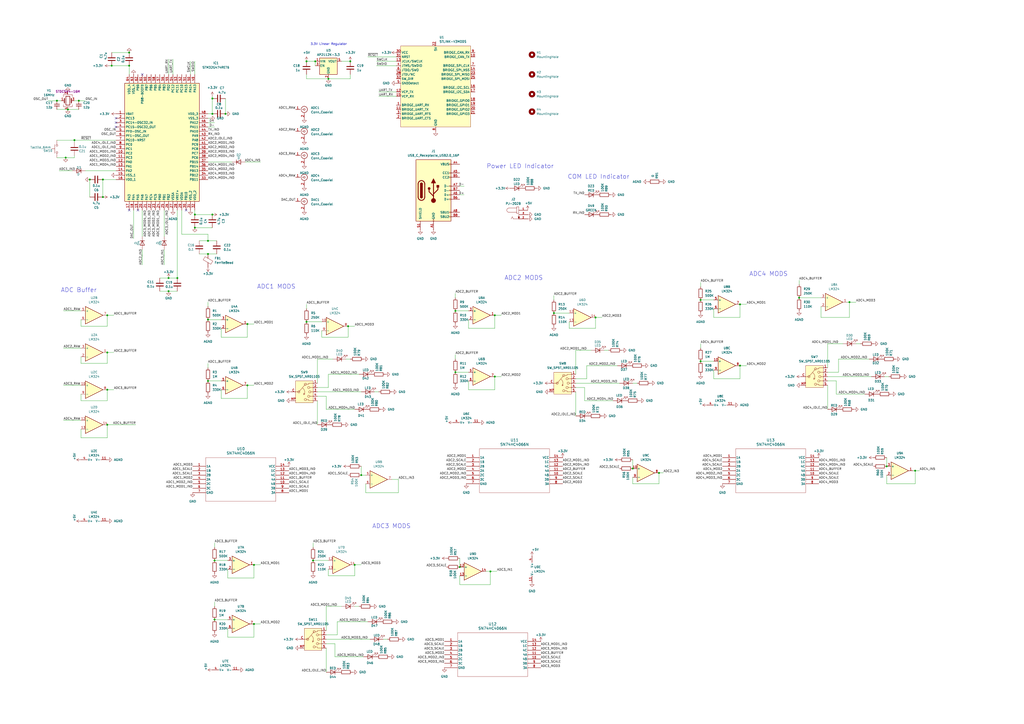
<source format=kicad_sch>
(kicad_sch (version 20250114) (generator "eeschema") (generator_version "9.0")
  (paper "A2")
  (text "3.3V Linear Regulator" (at 180.086 26.416 0) (effects (font (size 1.27 1.27)) (justify left bottom)))
  (text "ADC1 MODS\n" (at 160.274 166.37 0) (effects (font (size 2.54 2.54))))
  (text "ADC4 MODS\n" (at 445.77 159.004 0) (effects (font (size 2.54 2.54))))
  (text "ADC2 MODS\n" (at 303.784 161.29 0) (effects (font (size 2.54 2.54))))
  (text "Power LED Indicator" (at 301.752 96.52 0) (effects (font (size 2.54 2.54))))
  (text "COM LED Indicator" (at 347.218 102.616 0) (effects (font (size 2.54 2.54))))
  (text "ADC Buffer" (at 45.72 168.402 0) (effects (font (size 2.54 2.54))))
  (text "ADC3 MODS\n" (at 227.076 305.308 0) (effects (font (size 2.54 2.54))))
  (junction (at 264.16 215.9))
  (junction (at 124.46 325.12))
  (junction (at 143.51 223.52))
  (junction (at 287.02 218.44))
  (junction (at 113.03 124.46))
  (junction (at 147.32 327.66))
  (junction (at 59.69 114.3))
  (junction (at 530.86 273.05))
  (junction (at 429.26 212.09))
  (junction (at 406.4 209.55))
  (junction (at 284.48 331.47))
  (junction (at 406.4 173.99))
  (junction (at 120.65 185.42))
  (junction (at 345.44 184.15))
  (junction (at 120.65 139.7))
  (junction (at 62.23 226.06))
  (junction (at 209.55 275.59))
  (junction (at 124.46 359.41))
  (junction (at 266.7 328.93))
  (junction (at 97.79 168.91))
  (junction (at 62.23 246.38))
  (junction (at 177.8 186.69))
  (junction (at 123.19 57.15))
  (junction (at 62.23 204.47))
  (junction (at 123.19 66.04))
  (junction (at 203.2 35.56))
  (junction (at 43.18 81.28))
  (junction (at 130.81 66.04))
  (junction (at 382.27 274.32))
  (junction (at 177.8 35.56))
  (junction (at 143.51 187.96))
  (junction (at 59.69 104.14))
  (junction (at 33.02 58.42))
  (junction (at 113.03 132.08))
  (junction (at 120.65 147.32))
  (junction (at 38.1 91.44))
  (junction (at 190.5 45.72))
  (junction (at 181.61 325.12))
  (junction (at 321.31 181.61))
  (junction (at 429.26 176.53))
  (junction (at 205.74 327.66))
  (junction (at 367.03 271.78))
  (junction (at 463.55 172.72))
  (junction (at 201.93 189.23))
  (junction (at 97.79 161.29))
  (junction (at 52.07 104.14))
  (junction (at 74.93 30.48))
  (junction (at 182.88 35.56))
  (junction (at 62.23 182.88))
  (junction (at 287.02 182.88))
  (junction (at 264.16 180.34))
  (junction (at 45.72 58.42))
  (junction (at 64.77 38.1))
  (junction (at 39.37 63.5))
  (junction (at 123.19 124.46))
  (junction (at 492.76 175.26))
  (junction (at 147.32 361.95))
  (junction (at 120.65 220.98))
  (junction (at 102.87 161.29))
  (junction (at 514.35 270.51))
  (junction (at 74.93 38.1))
  (no_connect (at 107.95 121.92))
  (no_connect (at 67.31 71.12))
  (no_connect (at 74.93 121.92))
  (no_connect (at 82.55 43.18))
  (no_connect (at 67.31 68.58))
  (no_connect (at 67.31 73.66))
  (no_connect (at 80.01 121.92))
  (wire (pts (xy 134.62 93.98) (xy 120.65 93.98)))
  (wire (pts (xy 43.18 82.55) (xy 43.18 81.28)))
  (wire (pts (xy 194.31 381) (xy 210.82 381)))
  (wire (pts (xy 46.99 189.23) (xy 46.99 185.42)))
  (wire (pts (xy 264.16 180.34) (xy 271.78 180.34)))
  (wire (pts (xy 147.32 327.66) (xy 151.13 327.66)))
  (wire (pts (xy 143.51 231.14) (xy 143.51 223.52)))
  (wire (pts (xy 59.69 114.3) (xy 59.69 104.14)))
  (wire (pts (xy 345.44 184.15) (xy 349.25 184.15)))
  (wire (pts (xy 120.65 139.7) (xy 125.73 139.7)))
  (wire (pts (xy 77.47 138.43) (xy 77.47 121.92)))
  (wire (pts (xy 284.48 331.47) (xy 281.94 331.47)))
  (wire (pts (xy 64.77 38.1) (xy 74.93 38.1)))
  (wire (pts (xy 340.36 219.71) (xy 334.01 219.71)))
  (wire (pts (xy 476.25 184.15) (xy 476.25 177.8)))
  (wire (pts (xy 414.02 219.71) (xy 414.02 214.63)))
  (wire (pts (xy 128.27 195.58) (xy 143.51 195.58)))
  (wire (pts (xy 33.02 81.28) (xy 43.18 81.28)))
  (wire (pts (xy 132.08 335.28) (xy 147.32 335.28)))
  (wire (pts (xy 184.15 227.33) (xy 209.55 227.33)))
  (wire (pts (xy 463.55 172.72) (xy 476.25 172.72)))
  (wire (pts (xy 92.71 168.91) (xy 97.79 168.91)))
  (wire (pts (xy 128.27 231.14) (xy 128.27 226.06)))
  (wire (pts (xy 330.2 190.5) (xy 345.44 190.5)))
  (wire (pts (xy 209.55 275.59) (xy 212.09 275.59)))
  (wire (pts (xy 429.26 184.15) (xy 429.26 176.53)))
  (wire (pts (xy 414.02 219.71) (xy 429.26 219.71)))
  (wire (pts (xy 38.1 91.44) (xy 43.18 91.44)))
  (wire (pts (xy 46.99 254) (xy 62.23 254)))
  (wire (pts (xy 182.88 35.56) (xy 182.88 38.1)))
  (wire (pts (xy 339.09 224.79) (xy 334.01 224.79)))
  (wire (pts (xy 52.07 114.3) (xy 52.07 104.14)))
  (wire (pts (xy 271.78 226.06) (xy 287.02 226.06)))
  (wire (pts (xy 485.14 228.6) (xy 501.65 228.6)))
  (wire (pts (xy 97.79 34.29) (xy 97.79 43.18)))
  (wire (pts (xy 62.23 246.38) (xy 78.74 246.38)))
  (wire (pts (xy 231.14 285.75) (xy 231.14 278.13)))
  (wire (pts (xy 46.99 210.82) (xy 62.23 210.82)))
  (wire (pts (xy 120.65 210.82) (xy 120.65 213.36)))
  (wire (pts (xy 271.78 226.06) (xy 271.78 220.98)))
  (wire (pts (xy 62.23 189.23) (xy 62.23 182.88)))
  (wire (pts (xy 190.5 224.79) (xy 184.15 224.79)))
  (wire (pts (xy 36.83 180.34) (xy 46.99 180.34)))
  (wire (pts (xy 120.65 185.42) (xy 128.27 185.42)))
  (wire (pts (xy 218.44 35.56) (xy 229.87 35.56)))
  (wire (pts (xy 195.58 360.68) (xy 213.36 360.68)))
  (wire (pts (xy 287.02 226.06) (xy 287.02 218.44)))
  (wire (pts (xy 339.09 224.79) (xy 339.09 232.41)))
  (wire (pts (xy 123.19 132.08) (xy 113.03 132.08)))
  (wire (pts (xy 95.25 137.16) (xy 95.25 121.92)))
  (wire (pts (xy 203.2 35.56) (xy 198.12 35.56)))
  (wire (pts (xy 269.24 113.03) (xy 266.7 113.03)))
  (wire (pts (xy 177.8 186.69) (xy 186.69 186.69)))
  (wire (pts (xy 142.24 93.98) (xy 151.13 93.98)))
  (wire (pts (xy 120.65 135.89) (xy 120.65 139.7)))
  (wire (pts (xy 120.65 220.98) (xy 128.27 220.98)))
  (wire (pts (xy 288.29 331.47) (xy 284.48 331.47)))
  (wire (pts (xy 36.83 201.93) (xy 46.99 201.93)))
  (wire (pts (xy 113.03 121.92) (xy 113.03 124.46)))
  (wire (pts (xy 186.69 195.58) (xy 201.93 195.58)))
  (wire (pts (xy 181.61 314.96) (xy 181.61 317.5)))
  (wire (pts (xy 340.36 212.09) (xy 358.14 212.09)))
  (wire (pts (xy 194.31 373.38) (xy 189.23 373.38)))
  (wire (pts (xy 480.06 199.39) (xy 480.06 213.36)))
  (wire (pts (xy 201.93 195.58) (xy 201.93 189.23)))
  (wire (pts (xy 62.23 226.06) (xy 66.04 226.06)))
  (wire (pts (xy 369.57 222.25) (xy 367.03 222.25)))
  (wire (pts (xy 367.03 280.67) (xy 382.27 280.67)))
  (wire (pts (xy 485.14 220.98) (xy 480.06 220.98)))
  (wire (pts (xy 97.79 161.29) (xy 102.87 161.29)))
  (wire (pts (xy 514.35 280.67) (xy 514.35 275.59)))
  (wire (pts (xy 492.76 175.26) (xy 492.76 184.15)))
  (wire (pts (xy 480.06 218.44) (xy 505.46 218.44)))
  (wire (pts (xy 190.5 334.01) (xy 205.74 334.01)))
  (wire (pts (xy 486.41 208.28) (xy 504.19 208.28)))
  (wire (pts (xy 476.25 184.15) (xy 492.76 184.15)))
  (wire (pts (xy 130.81 57.15) (xy 130.81 66.04)))
  (wire (pts (xy 147.32 369.57) (xy 147.32 361.95)))
  (wire (pts (xy 124.46 349.25) (xy 124.46 351.79)))
  (wire (pts (xy 43.18 81.28) (xy 67.31 81.28)))
  (wire (pts (xy 190.5 217.17) (xy 208.28 217.17)))
  (wire (pts (xy 128.27 231.14) (xy 143.51 231.14)))
  (wire (pts (xy 382.27 280.67) (xy 382.27 274.32)))
  (wire (pts (xy 181.61 325.12) (xy 190.5 325.12)))
  (wire (pts (xy 45.72 58.42) (xy 43.18 58.42)))
  (wire (pts (xy 62.23 182.88) (xy 66.04 182.88)))
  (wire (pts (xy 486.41 215.9) (xy 480.06 215.9)))
  (wire (pts (xy 115.57 139.7) (xy 120.65 139.7)))
  (wire (pts (xy 429.26 219.71) (xy 429.26 212.09)))
  (wire (pts (xy 120.65 147.32) (xy 125.73 147.32)))
  (wire (pts (xy 62.23 204.47) (xy 66.04 204.47)))
  (wire (pts (xy 184.15 208.28) (xy 184.15 222.25)))
  (wire (pts (xy 414.02 184.15) (xy 414.02 179.07)))
  (wire (pts (xy 46.99 207.01) (xy 46.99 210.82)))
  (wire (pts (xy 224.79 370.84) (xy 222.25 370.84)))
  (wire (pts (xy 92.71 161.29) (xy 97.79 161.29)))
  (wire (pts (xy 177.8 43.18) (xy 177.8 45.72)))
  (wire (pts (xy 271.78 190.5) (xy 271.78 185.42)))
  (wire (pts (xy 429.26 176.53) (xy 433.07 176.53)))
  (wire (pts (xy 45.72 58.42) (xy 49.53 58.42)))
  (wire (pts (xy 193.04 208.28) (xy 184.15 208.28)))
  (wire (pts (xy 414.02 184.15) (xy 429.26 184.15)))
  (wire (pts (xy 115.57 147.32) (xy 120.65 147.32)))
  (wire (pts (xy 59.69 104.14) (xy 67.31 104.14)))
  (wire (pts (xy 496.57 175.26) (xy 492.76 175.26)))
  (wire (pts (xy 132.08 335.28) (xy 132.08 330.2)))
  (wire (pts (xy 62.23 204.47) (xy 62.23 210.82)))
  (wire (pts (xy 515.62 218.44) (xy 513.08 218.44)))
  (wire (pts (xy 209.55 270.51) (xy 209.55 275.59)))
  (wire (pts (xy 219.71 53.34) (xy 229.87 53.34)))
  (wire (pts (xy 27.94 58.42) (xy 33.02 58.42)))
  (wire (pts (xy 231.14 278.13) (xy 227.33 278.13)))
  (wire (pts (xy 124.46 71.12) (xy 120.65 71.12)))
  (wire (pts (xy 485.14 220.98) (xy 485.14 228.6)))
  (wire (pts (xy 82.55 137.16) (xy 82.55 121.92)))
  (wire (pts (xy 123.19 124.46) (xy 113.03 124.46)))
  (wire (pts (xy 284.48 339.09) (xy 284.48 331.47)))
  (wire (pts (xy 334.01 222.25) (xy 359.41 222.25)))
  (wire (pts (xy 212.09 285.75) (xy 231.14 285.75)))
  (wire (pts (xy 201.93 189.23) (xy 205.74 189.23)))
  (wire (pts (xy 177.8 176.53) (xy 177.8 179.07)))
  (wire (pts (xy 190.5 217.17) (xy 190.5 224.79)))
  (wire (pts (xy 514.35 265.43) (xy 514.35 270.51)))
  (wire (pts (xy 184.15 232.41) (xy 184.15 246.38)))
  (wire (pts (xy 124.46 314.96) (xy 124.46 317.5)))
  (wire (pts (xy 102.87 121.92) (xy 102.87 161.29)))
  (wire (pts (xy 330.2 190.5) (xy 330.2 186.69)))
  (wire (pts (xy 189.23 229.87) (xy 189.23 237.49)))
  (wire (pts (xy 132.08 369.57) (xy 147.32 369.57)))
  (wire (pts (xy 186.69 195.58) (xy 186.69 191.77)))
  (wire (pts (xy 486.41 208.28) (xy 486.41 215.9)))
  (wire (pts (xy 123.19 57.15) (xy 123.19 66.04)))
  (wire (pts (xy 62.23 232.41) (xy 46.99 232.41)))
  (wire (pts (xy 219.71 227.33) (xy 217.17 227.33)))
  (wire (pts (xy 95.25 144.78) (xy 95.25 153.67)))
  (wire (pts (xy 213.36 33.02) (xy 229.87 33.02)))
  (wire (pts (xy 177.8 45.72) (xy 190.5 45.72)))
  (wire (pts (xy 105.41 135.89) (xy 120.65 135.89)))
  (wire (pts (xy 203.2 43.18) (xy 203.2 45.72)))
  (wire (pts (xy 496.57 199.39) (xy 499.11 199.39)))
  (wire (pts (xy 64.77 30.48) (xy 74.93 30.48)))
  (wire (pts (xy 266.7 339.09) (xy 284.48 339.09)))
  (wire (pts (xy 429.26 212.09) (xy 433.07 212.09)))
  (wire (pts (xy 334.01 203.2) (xy 334.01 217.17)))
  (wire (pts (xy 367.03 280.67) (xy 367.03 276.86)))
  (wire (pts (xy 406.4 163.83) (xy 406.4 166.37)))
  (wire (pts (xy 120.65 66.04) (xy 123.19 66.04)))
  (wire (pts (xy 194.31 373.38) (xy 194.31 381)))
  (wire (pts (xy 533.4 273.05) (xy 530.86 273.05)))
  (wire (pts (xy 147.32 361.95) (xy 151.13 361.95)))
  (wire (pts (xy 120.65 175.26) (xy 120.65 177.8)))
  (wire (pts (xy 46.99 254) (xy 46.99 248.92)))
  (wire (pts (xy 271.78 190.5) (xy 287.02 190.5)))
  (wire (pts (xy 287.02 218.44) (xy 290.83 218.44)))
  (wire (pts (xy 74.93 38.1) (xy 74.93 43.18)))
  (wire (pts (xy 128.27 195.58) (xy 128.27 190.5)))
  (wire (pts (xy 132.08 369.57) (xy 132.08 364.49)))
  (wire (pts (xy 123.19 55.88) (xy 123.19 57.15)))
  (wire (pts (xy 143.51 223.52) (xy 147.32 223.52)))
  (wire (pts (xy 203.2 45.72) (xy 190.5 45.72)))
  (wire (pts (xy 345.44 190.5) (xy 345.44 184.15)))
  (wire (pts (xy 34.29 99.06) (xy 41.91 99.06)))
  (wire (pts (xy 190.5 334.01) (xy 190.5 330.2)))
  (wire (pts (xy 105.41 121.92) (xy 105.41 135.89)))
  (wire (pts (xy 218.44 38.1) (xy 229.87 38.1)))
  (wire (pts (xy 49.53 99.06) (xy 67.31 99.06)))
  (wire (pts (xy 62.23 232.41) (xy 62.23 226.06)))
  (wire (pts (xy 63.5 38.1) (xy 64.77 38.1)))
  (wire (pts (xy 195.58 360.68) (xy 195.58 368.3)))
  (wire (pts (xy 33.02 58.42) (xy 35.56 58.42)))
  (wire (pts (xy 124.46 325.12) (xy 132.08 325.12)))
  (wire (pts (xy 198.12 351.79) (xy 189.23 351.79)))
  (wire (pts (xy 212.09 285.75) (xy 212.09 280.67)))
  (wire (pts (xy 36.83 223.52) (xy 46.99 223.52)))
  (wire (pts (xy 97.79 168.91) (xy 102.87 168.91)))
  (wire (pts (xy 463.55 162.56) (xy 463.55 165.1)))
  (wire (pts (xy 492.76 175.26) (xy 491.49 175.26)))
  (wire (pts (xy 287.02 182.88) (xy 290.83 182.88)))
  (wire (pts (xy 46.99 189.23) (xy 62.23 189.23)))
  (wire (pts (xy 406.4 199.39) (xy 406.4 201.93)))
  (wire (pts (xy 264.16 170.18) (xy 264.16 172.72)))
  (wire (pts (xy 264.16 215.9) (xy 271.78 215.9)))
  (wire (pts (xy 62.23 254) (xy 62.23 246.38)))
  (wire (pts (xy 266.7 339.09) (xy 266.7 334.01)))
  (wire (pts (xy 530.86 273.05) (xy 529.59 273.05)))
  (wire (pts (xy 266.7 323.85) (xy 266.7 328.93)))
  (wire (pts (xy 219.71 55.88) (xy 229.87 55.88)))
  (wire (pts (xy 33.02 91.44) (xy 38.1 91.44)))
  (wire (pts (xy 530.86 280.67) (xy 530.86 273.05)))
  (wire (pts (xy 200.66 208.28) (xy 203.2 208.28)))
  (wire (pts (xy 321.31 181.61) (xy 330.2 181.61)))
  (wire (pts (xy 113.03 35.56) (xy 113.03 43.18)))
  (wire (pts (xy 39.37 63.5) (xy 45.72 63.5)))
  (wire (pts (xy 406.4 209.55) (xy 414.02 209.55)))
  (wire (pts (xy 124.46 73.66) (xy 120.65 73.66)))
  (wire (pts (xy 342.9 203.2) (xy 334.01 203.2)))
  (wire (pts (xy 406.4 173.99) (xy 414.02 173.99)))
  (wire (pts (xy 205.74 334.01) (xy 205.74 327.66)))
  (wire (pts (xy 340.36 212.09) (xy 340.36 219.71)))
  (wire (pts (xy 110.49 35.56) (xy 110.49 43.18)))
  (wire (pts (xy 121.92 68.58) (xy 120.65 68.58)))
  (wire (pts (xy 488.95 199.39) (xy 480.06 199.39)))
  (wire (pts (xy 143.51 187.96) (xy 147.32 187.96)))
  (wire (pts (xy 189.23 237.49) (xy 205.74 237.49)))
  (wire (pts (xy 264.16 205.74) (xy 264.16 208.28)))
  (wire (pts (xy 287.02 190.5) (xy 287.02 182.88)))
  (wire (pts (xy 480.06 223.52) (xy 480.06 237.49)))
  (wire (pts (xy 43.18 91.44) (xy 43.18 90.17)))
  (wire (pts (xy 46.99 232.41) (xy 46.99 228.6)))
  (wire (pts (xy 195.58 368.3) (xy 189.23 368.3)))
  (wire (pts (xy 100.33 34.29) (xy 100.33 43.18)))
  (wire (pts (xy 189.23 229.87) (xy 184.15 229.87)))
  (wire (pts (xy 269.24 107.95) (xy 266.7 107.95)))
  (wire (pts (xy 334.01 227.33) (xy 334.01 241.3)))
  (wire (pts (xy 189.23 375.92) (xy 189.23 389.89)))
  (wire (pts (xy 143.51 195.58) (xy 143.51 187.96)))
  (wire (pts (xy 384.81 274.32) (xy 382.27 274.32)))
  (wire (pts (xy 321.31 171.45) (xy 321.31 173.99)))
  (wire (pts (xy 205.74 351.79) (xy 208.28 351.79)))
  (wire (pts (xy 82.55 144.78) (xy 82.55 153.67)))
  (wire (pts (xy 514.35 280.67) (xy 530.86 280.67)))
  (wire (pts (xy 177.8 35.56) (xy 182.88 35.56)))
  (wire (pts (xy 147.32 335.28) (xy 147.32 327.66)))
  (wire (pts (xy 350.52 203.2) (xy 353.06 203.2)))
  (wire (pts (xy 36.83 243.84) (xy 46.99 243.84)))
  (wire (pts (xy 33.02 63.5) (xy 39.37 63.5)))
  (wire (pts (xy 205.74 327.66) (xy 209.55 327.66)))
  (wire (pts (xy 189.23 370.84) (xy 214.63 370.84)))
  (wire (pts (xy 367.03 266.7) (xy 367.03 271.78)))
  (wire (pts (xy 189.23 351.79) (xy 189.23 365.76)))
  (wire (pts (xy 339.09 232.41) (xy 355.6 232.41)))
  (wire (pts (xy 124.46 359.41) (xy 132.08 359.41)))
  (label "ADC1_BUFFER" (at 167.64 278.13 0))
  (label "ADC1_MOD3_IND" (at 67.31 93.98 180))
  (label "SWCLK" (at 110.49 35.56 270))
  (label "ADC2_MOD3_IND" (at 358.14 222.25 180))
  (label "ADC4_SCALE" (at 474.98 275.59 0))
  (label "ADC2_MOD2" (at 270.51 273.05 180))
  (label "ADC3_BUFFER" (at 124.46 314.96 0))
  (label "ADC2_MOD4_IND" (at 120.65 91.44 0))
  (label "ADC4_BUFFER" (at 78.74 246.38 180))
  (label "ADC4_MOD3_IND" (at 419.1 278.13 180))
  (label "UART_TX" (at 219.71 53.34 0))
  (label "ADC1_MOD2_IND" (at 111.76 280.67 180))
  (label "ADC2_BUFFER" (at 66.04 204.47 0))
  (label "ADC4_MOD1_IND" (at 474.98 267.97 0))
  (label "ADC2_BUFFER" (at 326.39 273.05 0))
  (label "OSC_IN" (at 49.53 58.42 0))
  (label "ADC4_MOD3_IND" (at 504.19 218.44 180))
  (label "ADC2_IDLE_IND" (at 120.65 81.28 0))
  (label "ADC2_MOD2" (at 290.83 218.44 0))
  (label "ADC2_BUFFER" (at 264.16 205.74 0))
  (label "ADC2_SCALE" (at 270.51 267.97 180))
  (label "ADC1_SCALE" (at 111.76 273.05 180))
  (label "UART_TX" (at 100.33 34.29 270))
  (label "ADC1_SCALE" (at 111.76 275.59 180))
  (label "ADC4_BUFFER" (at 463.55 162.56 0))
  (label "ADC3_MOD4_IND" (at 195.58 381 0))
  (label "ADC3_MOD2" (at 151.13 361.95 0))
  (label "ADC4_BUFFER" (at 406.4 163.83 0))
  (label "ADC4_MOD3" (at 474.98 280.67 0))
  (label "ADC3_MOD4_IND" (at 313.69 377.19 0))
  (label "ADC4_MOD1" (at 419.1 265.43 180))
  (label "SWDIO" (at 218.44 38.1 0))
  (label "ADC1_MOD4_IND" (at 67.31 96.52 180))
  (label "ADC2_SCALE" (at 359.41 271.78 180))
  (label "ADC1_MOD4_IND" (at 190.5 237.49 0))
  (label "ADC1_MOD3" (at 111.76 270.51 180))
  (label "ADC3_RAW" (at 36.83 223.52 0))
  (label "ADC2_MOD1" (at 270.51 265.43 180))
  (label "ADC4_MOD1_IND" (at 120.65 96.52 0))
  (label "ADC4_SCALE" (at 506.73 270.51 180))
  (label "ADC3_BUFFER" (at 66.04 226.06 0))
  (label "RX_IND" (at 120.65 78.74 0))
  (label "ADC2_MOD1" (at 290.83 182.88 0))
  (label "ADC2_RAW" (at 171.45 76.2 180))
  (label "ADC1_IDLE_IND" (at 67.31 86.36 180))
  (label "~{RESET}" (at 46.99 81.28 0))
  (label "ADC2_MOD1_IND" (at 340.36 203.2 180))
  (label "ADC3_IDLE_IND" (at 189.23 389.89 180))
  (label "ADC2_MOD1_IND" (at 120.65 83.82 0))
  (label "ADC1_MOD1_IND" (at 190.5 208.28 180))
  (label "ADC1_MOD4_IND" (at 167.64 275.59 0))
  (label "ADC4_MOD2" (at 419.1 273.05 180))
  (label "ADC4_MOD3" (at 496.57 175.26 0))
  (label "ADC1_MOD3" (at 205.74 189.23 0))
  (label "ADC2_SCALE" (at 326.39 278.13 0))
  (label "ADC2_MOD4_IND" (at 340.36 232.41 0))
  (label "ADC1_SCALE" (at 167.64 280.67 0))
  (label "ADC3_MOD1_IND" (at 313.69 374.65 0))
  (label "ADC3_SCALE" (at 257.81 374.65 180))
  (label "ADC3_MOD1" (at 151.13 327.66 0))
  (label "ADC3_MOD3" (at 209.55 327.66 0))
  (label "ADC1_SCALE" (at 167.64 283.21 0))
  (label "D+" (at 124.46 71.12 180))
  (label "ADC1_IN3" (at 34.29 99.06 0))
  (label "ADC2_MOD3_IND" (at 120.65 88.9 0))
  (label "ADC3_MOD3_IND" (at 257.81 384.81 180))
  (label "ADC1_MOD1" (at 167.64 285.75 0))
  (label "ADC2_MOD2_IND" (at 341.63 212.09 0))
  (label "ADC1_MOD2_IND" (at 67.31 91.44 180))
  (label "ADC2_RAW" (at 36.83 201.93 0))
  (label "ADC2_IDLE_IND" (at 334.01 241.3 180))
  (label "ADC3_MOD2_IND" (at 257.81 382.27 180))
  (label "ADC1_RAW" (at 171.45 63.5 180))
  (label "RX_IND" (at 339.09 124.46 180))
  (label "ADC2_MOD3" (at 349.25 184.15 0))
  (label "SWDIO" (at 113.03 35.56 270))
  (label "ADC3_SCALE" (at 259.08 328.93 180))
  (label "ADC3_MOD2" (at 257.81 379.73 180))
  (label "ADC4_SCALE" (at 474.98 278.13 0))
  (label "ADC4_MOD4_IND" (at 474.98 270.51 0))
  (label "ADC4_IN5" (at 151.13 93.98 180))
  (label "ADC1_MOD2" (at 147.32 223.52 0))
  (label "ADC4_MOD1_IND" (at 486.41 199.39 180))
  (label "ADC3_BUFFER" (at 181.61 314.96 0))
  (label "D-" (at 124.46 73.66 180))
  (label "TX_IND" (at 339.09 113.03 180))
  (label "ADC2_SCALE" (at 326.39 275.59 0))
  (label "ADC1_MOD1_IND" (at 111.76 283.21 180))
  (label "ADC3_MOD4_IND" (at 85.09 121.92 270))
  (label "DAC_OUT" (at 171.45 116.84 180))
  (label "ADC2_BUFFER" (at 264.16 170.18 0))
  (label "ADC4_IDLE_IND" (at 480.06 237.49 180))
  (label "ADC1_BUFFER" (at 120.65 210.82 0))
  (label "ADC3_BUFFER" (at 313.69 379.73 0))
  (label "ADC2_MOD4_IND" (at 326.39 270.51 0))
  (label "ADC3_BUFFER" (at 124.46 349.25 0))
  (label "D-" (at 269.24 107.95 180))
  (label "D+" (at 269.24 113.03 180))
  (label "ADC4_MOD2_IND" (at 419.1 275.59 180))
  (label "ADC4_RAW" (at 171.45 102.87 180))
  (label "ADC2_IN3" (at 384.81 274.32 0))
  (label "ADC3_MOD2_IND" (at 90.17 121.92 270))
  (label "ADC1_MOD3_IND" (at 167.64 273.05 0))
  (label "OSC_OUT" (at 67.31 78.74 180))
  (label "ADC1_RAW" (at 36.83 180.34 0))
  (label "ADC4_BUFFER" (at 474.98 273.05 0))
  (label "ADC3_SCALE" (at 257.81 377.19 180))
  (label "ADC1_BUFFER" (at 120.65 175.26 0))
  (label "ADC4_SCALE" (at 419.1 270.51 180))
  (label "~{RESET}" (at 213.36 33.02 0))
  (label "ADC3_MOD3_IND" (at 87.63 121.92 270))
  (label "ADC1_MOD3_IND" (at 208.28 227.33 180))
  (label "ADC3_SCALE" (at 313.69 382.27 0))
  (label "ADC2_SCALE" (at 270.51 270.51 180))
  (label "SWCLK" (at 218.44 35.56 0))
  (label "ADC4_SCALE" (at 419.1 267.97 180))
  (label "ADC2_MOD2_IND" (at 270.51 275.59 180))
  (label "ADC2_MOD3_IND" (at 270.51 278.13 180))
  (label "ADC3_MOD1" (at 257.81 372.11 180))
  (label "DAC_OUT" (at 77.47 138.43 90))
  (label "OSC_IN" (at 67.31 76.2 180))
  (label "ADC3_IDLE_IND" (at 97.79 121.92 270))
  (label "ADC3_IN1" (at 95.25 153.67 90))
  (label "ADC2_IN3" (at 82.55 153.67 90))
  (label "ADC4_MOD3_IND" (at 120.65 101.6 0))
  (label "ADC4_RAW" (at 36.83 243.84 0))
  (label "ADC1_MOD2_IND" (at 191.77 217.17 0))
  (label "UART_RX" (at 97.79 34.29 270))
  (label "ADC3_IN1" (at 288.29 331.47 0))
  (label "ADC4_IDLE_IND" (at 67.31 83.82 180))
  (label "ADC4_BUFFER" (at 406.4 199.39 0))
  (label "ADC1_IDLE_IND" (at 184.15 246.38 180))
  (label "ADC1_IN3" (at 231.14 278.13 0))
  (label "ADC3_RAW" (at 171.45 90.17 180))
  (label "ADC4_MOD2_IND" (at 487.68 208.28 0))
  (label "ADC3_SCALE" (at 313.69 384.81 0))
  (label "ADC2_MOD3" (at 326.39 280.67 0))
  (label "ADC4_MOD1" (at 433.07 176.53 0))
  (label "ADC4_MOD4_IND" (at 120.65 104.14 0))
  (label "ADC4_IN5" (at 533.4 273.05 0))
  (label "ADC1_MOD1" (at 147.32 187.96 0))
  (label "ADC4_MOD2_IND" (at 120.65 99.06 0))
  (label "ADC2_BUFFER" (at 321.31 171.45 0))
  (label "ADC3_MOD1_IND" (at 195.58 351.79 180))
  (label "ADC3_MOD2_IND" (at 196.85 360.68 0))
  (label "UART_RX" (at 219.71 55.88 0))
  (label "ADC1_BUFFER" (at 177.8 176.53 0))
  (label "ADC2_MOD1_IND" (at 326.39 267.97 0))
  (label "ADC1_MOD2" (at 111.76 278.13 180))
  (label "ADC3_MOD3" (at 313.69 387.35 0))
  (label "ADC4_MOD4_IND" (at 486.41 228.6 0))
  (label "ADC3_MOD3_IND" (at 213.36 370.84 180))
  (label "ADC2_MOD2_IND" (at 120.65 86.36 0))
  (label "OSC_OUT" (at 27.94 58.42 180))
  (label "ADC1_MOD1_IND" (at 67.31 88.9 180))
  (label "TX_IND" (at 120.65 76.2 0))
  (label "ADC4_MOD2" (at 433.07 212.09 0))
  (label "ADC1_BUFFER" (at 66.04 182.88 0))
  (label "ADC3_MOD1_IND" (at 92.71 121.92 270))
  (label "ADC1_SCALE" (at 201.93 275.59 180))
  (symbol (lib_id "power:GND") (at 243.84 133.35 0) (unit 1)
    (property "Reference" "#PWR011" (effects (hide yes)))
    (property "Value" "GND" (at 243.84 138.43 0))
    (property "Description" "Power symbol creates a global label with name \"GND\" , ground" (effects (hide yes)))
  )
  (symbol (lib_id "Device:R") (at 363.22 271.78 90) (unit 1)
    (property "Reference" "R56" (at 361.95 277.368 0) (effects (justify left)))
    (property "Value" "100K" (at 364.236 278.638 0) (effects (justify left)))
    (property "Footprint" "Resistor_SMD:R_0805_2012Metric" (effects (hide yes)))
    (property "Description" "Resistor" (effects (hide yes)))
  )
  (symbol (lib_id "Device:R") (at 515.62 208.28 270) (unit 1)
    (property "Reference" "R71" (at 516.89 202.692 0) (effects (justify left)))
    (property "Value" "100K" (at 514.604 201.422 0) (effects (justify left)))
    (property "Footprint" "Resistor_SMD:R_0805_2012Metric" (effects (hide yes)))
    (property "Description" "Resistor" (effects (hide yes)))
  )
  (symbol (lib_id "Amplifier_Operational:LM324") (at 421.64 176.53 0) (unit 2)
    (property "Reference" "U8" (at 421.64 166.37 0))
    (property "Value" "LM324" (at 421.64 168.91 0))
    (property "Footprint" "LM324N_NOPB:DIP825W47P254L1917H533Q14" (effects (hide yes)))
    (property "Datasheet" "http://www.ti.com/lit/ds/symlink/lm2902-n.pdf" (effects (hide yes)))
    (property "Description" "Low-Power, Quad-Operational Amplifiers, DIP-14/SOIC-14/SSOP-14" (effects (hide yes)))
  )
  (symbol (lib_id "Amplifier_Operational:LM324") (at 54.61 204.47 0) (unit 1)
    (property "Reference" "U2" (at 54.61 194.31 0))
    (property "Value" "LM324" (at 54.61 196.85 0))
    (property "Footprint" "LM324N_NOPB:DIP825W47P254L1917H533Q14" (effects (hide yes)))
    (property "Datasheet" "http://www.ti.com/lit/ds/symlink/lm2902-n.pdf" (effects (hide yes)))
    (property "Description" "Low-Power, Quad-Operational Amplifiers, DIP-14/SOIC-14/SSOP-14" (effects (hide yes)))
  )
  (symbol (lib_id "power:GND") (at 176.53 81.28 0) (unit 1)
    (property "Reference" "#PWR016" (effects (hide yes)))
    (property "Value" "AGND" (at 176.53 86.36 0))
    (property "Description" "Power symbol creates a global label with name \"GND\" , ground" (effects (hide yes)))
  )
  (symbol (lib_id "power:+5V") (at 262.89 245.11 90) (unit 1)
    (property "Reference" "#PWR059" (effects (hide yes)))
    (property "Value" "+5V" (at 259.08 243.205 0))
  )
  (symbol (lib_name "+3.3V_3") (lib_id "power:+3.3V") (at 201.93 270.51 90) (unit 1)
    (property "Reference" "#PWR091" (effects (hide yes)))
    (property "Value" "+3.3V" (at 198.12 270.5099 90) (effects (justify left)))
    (property "Description" "Power symbol creates a global label with name \"+3.3V\"" (effects (hide yes)))
  )
  (symbol (lib_id "Device:R") (at 200.66 389.89 270) (unit 1)
    (property "Reference" "R83" (at 201.93 384.302 0) (effects (justify left)))
    (property "Value" "100K" (at 199.644 383.032 0) (effects (justify left)))
    (property "Footprint" "Resistor_SMD:R_0805_2012Metric" (effects (hide yes)))
    (property "Description" "Resistor" (effects (hide yes)))
  )
  (symbol (lib_id "power:GND") (at 373.38 212.09 90) (unit 1)
    (property "Reference" "#PWR0136" (effects (hide yes)))
    (property "Value" "GND" (at 377.19 212.0899 90) (effects (justify right)))
    (property "Description" "Power symbol creates a global label with name \"GND\" , ground" (effects (hide yes)))
  )
  (symbol (lib_name "+3.3V_3") (lib_id "power:+3.3V") (at 63.5 38.1 90) (unit 1)
    (property "Reference" "#PWR020" (effects (hide yes)))
    (property "Value" "+3.3V" (at 59.69 38.0999 90) (effects (justify left)))
    (property "Description" "Power symbol creates a global label with name \"+3.3V\"" (effects (hide yes)))
  )
  (symbol (lib_id "power:GND") (at 264.16 187.96 0) (unit 1)
    (property "Reference" "#PWR031" (effects (hide yes)))
    (property "Value" "AGND" (at 264.16 193.04 0))
    (property "Description" "Power symbol creates a global label with name \"GND\" , ground" (effects (hide yes)))
  )
  (symbol (lib_id "power:GND") (at 464.82 223.52 270) (unit 1)
    (property "Reference" "#PWR0101" (effects (hide yes)))
    (property "Value" "GND" (at 461.01 223.5199 90) (effects (justify right)))
    (property "Description" "Power symbol creates a global label with name \"GND\" , ground" (effects (hide yes)))
  )
  (symbol (lib_id "Amplifier_Operational:LM324") (at 219.71 278.13 0) (unit 2)
    (property "Reference" "U9" (at 219.71 267.97 0))
    (property "Value" "LM324" (at 219.71 270.51 0))
    (property "Footprint" "LM324N_NOPB:DIP825W47P254L1917H533Q14" (effects (hide yes)))
    (property "Datasheet" "http://www.ti.com/lit/ds/symlink/lm2902-n.pdf" (effects (hide yes)))
    (property "Description" "Low-Power, Quad-Operational Amplifiers, DIP-14/SOIC-14/SSOP-14" (effects (hide yes)))
  )
  (symbol (lib_id "Amplifier_Operational:LM324") (at 311.15 330.2 0) (unit 5)
    (property "Reference" "U9" (at 309.88 328.9299 0) (effects (justify left)))
    (property "Value" "LM324" (at 309.88 331.4699 0) (effects (justify left)))
    (property "Footprint" "LM324N_NOPB:DIP825W47P254L1917H533Q14" (effects (hide yes)))
    (property "Datasheet" "http://www.ti.com/lit/ds/symlink/lm2902-n.pdf" (effects (hide yes)))
    (property "Description" "Low-Power, Quad-Operational Amplifiers, DIP-14/SOIC-14/SSOP-14" (effects (hide yes)))
  )
  (symbol (lib_id "Amplifier_Operational:LM324") (at 274.32 331.47 0) (unit 4)
    (property "Reference" "U9" (at 274.32 321.31 0))
    (property "Value" "LM324" (at 274.32 323.85 0))
    (property "Footprint" "LM324N_NOPB:DIP825W47P254L1917H533Q14" (effects (hide yes)))
    (property "Datasheet" "http://www.ti.com/lit/ds/symlink/lm2902-n.pdf" (effects (hide yes)))
    (property "Description" "Low-Power, Quad-Operational Amplifiers, DIP-14/SOIC-14/SSOP-14" (effects (hide yes)))
  )
  (symbol (lib_id "Amplifier_Operational:LM324") (at 521.97 273.05 0) (unit 1)
    (property "Reference" "U9" (at 521.97 262.89 0))
    (property "Value" "LM324" (at 521.97 265.43 0))
    (property "Footprint" "LM324N_NOPB:DIP825W47P254L1917H533Q14" (effects (hide yes)))
    (property "Datasheet" "http://www.ti.com/lit/ds/symlink/lm2902-n.pdf" (effects (hide yes)))
    (property "Description" "Low-Power, Quad-Operational Amplifiers, DIP-14/SOIC-14/SSOP-14" (effects (hide yes)))
  )
  (symbol (lib_id "Amplifier_Operational:LM324") (at 374.65 274.32 0) (unit 3)
    (property "Reference" "U9" (at 374.65 264.16 0))
    (property "Value" "LM324" (at 374.65 266.7 0))
    (property "Footprint" "LM324N_NOPB:DIP825W47P254L1917H533Q14" (effects (hide yes)))
    (property "Datasheet" "http://www.ti.com/lit/ds/symlink/lm2902-n.pdf" (effects (hide yes)))
    (property "Description" "Low-Power, Quad-Operational Amplifiers, DIP-14/SOIC-14/SSOP-14" (effects (hide yes)))
  )
  (symbol (lib_id "Device:LED") (at 201.93 351.79 180) (unit 1)
    (property "Reference" "D45" (at 201.93 346.964 0))
    (property "Value" "LED" (at 201.93 348.996 0))
    (property "Footprint" "LED_SMD:LED_0805_2012Metric" (effects (hide yes)))
    (property "Description" "Light emitting diode" (effects (hide yes)))
    (property "Sim.Pins" "1=K 2=A" (effects (hide yes)))
  )
  (symbol (lib_id "Device:R") (at 519.43 218.44 270) (unit 1)
    (property "Reference" "R72" (at 520.7 212.852 0) (effects (justify left)))
    (property "Value" "100K" (at 518.414 211.582 0) (effects (justify left)))
    (property "Footprint" "Resistor_SMD:R_0805_2012Metric" (effects (hide yes)))
    (property "Description" "Resistor" (effects (hide yes)))
  )
  (symbol (lib_id "power:GND") (at 232.41 370.84 90) (unit 1)
    (property "Reference" "#PWR0149" (effects (hide yes)))
    (property "Value" "GND" (at 236.22 370.8399 90) (effects (justify right)))
    (property "Description" "Power symbol creates a global label with name \"GND\" , ground" (effects (hide yes)))
  )
  (symbol (lib_id "Device:R") (at 124.46 355.6 0) (unit 1)
    (property "Reference" "R19" (at 127 354.3299 0) (effects (justify left)))
    (property "Value" "1M" (at 127 356.8699 0) (effects (justify left)))
    (property "Footprint" "Resistor_THT:R_Axial_DIN0207_L6.3mm_D2.5mm_P15.24mm_Horizontal" (effects (hide yes)))
    (property "Description" "Resistor" (effects (hide yes)))
  )
  (symbol (lib_id "power:GND") (at 223.52 217.17 90) (unit 1)
    (property "Reference" "#PWR0142" (effects (hide yes)))
    (property "Value" "GND" (at 227.33 217.1699 90) (effects (justify right)))
    (property "Description" "Power symbol creates a global label with name \"GND\" , ground" (effects (hide yes)))
  )
  (symbol (lib_id "PJ-202B:PJ-202B") (at 300.99 124.46 0) (unit 1)
    (property "Reference" "J2" (at 297.7543 115.57 0))
    (property "Value" "PJ-202B" (at 297.7543 118.11 0))
    (property "Footprint" "PJ_202B:CUI_PJ-202B" (effects (hide yes)))
    (property "STANDARD" "Manufacturer recommendations" (effects (hide yes)))
    (property "PART_REV" "1.02" (effects (hide yes)))
    (property "MANUFACTURER" "CUI INC" (effects (hide yes)))
  )
  (symbol (lib_id "power:GND") (at 419.1 280.67 0) (unit 1)
    (property "Reference" "#PWR097" (effects (hide yes)))
    (property "Value" "GND" (at 419.1 285.75 0))
    (property "Description" "Power symbol creates a global label with name \"GND\" , ground" (effects (hide yes)))
  )
  (symbol (lib_id "Amplifier_Operational:LM324") (at 54.61 182.88 0) (unit 2)
    (property "Reference" "U2" (at 54.61 172.72 0))
    (property "Value" "LM324" (at 54.61 175.26 0))
    (property "Footprint" "LM324N_NOPB:DIP825W47P254L1917H533Q14" (effects (hide yes)))
    (property "Datasheet" "http://www.ti.com/lit/ds/symlink/lm2902-n.pdf" (effects (hide yes)))
    (property "Description" "Low-Power, Quad-Operational Amplifiers, DIP-14/SOIC-14/SSOP-14" (effects (hide yes)))
  )
  (symbol (lib_id "Device:R") (at 181.61 321.31 0) (unit 1)
    (property "Reference" "R21" (at 184.15 320.0399 0) (effects (justify left)))
    (property "Value" "250K" (at 184.15 322.5799 0) (effects (justify left)))
    (property "Footprint" "Resistor_THT:R_Axial_DIN0207_L6.3mm_D2.5mm_P15.24mm_Horizontal" (effects (hide yes)))
    (property "Description" "Resistor" (effects (hide yes)))
  )
  (symbol (lib_id "power:GND") (at 52.07 104.14 270) (unit 1)
    (property "Reference" "#PWR046" (effects (hide yes)))
    (property "Value" "GND" (effects (hide yes)))
  )
  (symbol (lib_id "power:GND") (at 204.47 389.89 90) (unit 1)
    (property "Reference" "#PWR0145" (effects (hide yes)))
    (property "Value" "GND" (at 208.28 389.8899 90) (effects (justify right)))
    (property "Description" "Power symbol creates a global label with name \"GND\" , ground" (effects (hide yes)))
  )
  (symbol (lib_id "power:GND") (at 130.81 66.04 90) (unit 1)
    (property "Reference" "#PWR0119" (effects (hide yes)))
    (property "Value" "GND" (at 134.62 66.0399 90) (effects (justify right)))
    (property "Description" "Power symbol creates a global label with name \"GND\" , ground" (effects (hide yes)))
  )
  (symbol (lib_id "Switch:SW_SP5T_NR01105") (at 472.44 218.44 0) (unit 1)
    (property "Reference" "SW7" (at 472.44 207.01 0))
    (property "Value" "SW_SP5T_NR01105" (at 472.44 209.55 0))
    (property "Footprint" "Button_Switch_THT:SW_NKK_NR01" (effects (hide yes)))
    (property "Datasheet" "https://www.nkkswitches.com/pdf/NR01%20Rotaries.pdf" (effects (hide yes)))
    (property "Description" "NKK Switches NR01 Series rotary SP5T switch" (effects (hide yes)))
  )
  (symbol (lib_id "Amplifier_Operational:LM324") (at 270.51 242.57 90) (unit 5)
    (property "Reference" "U6" (at 270.51 240.03 90))
    (property "Value" "LM324" (at 270.51 242.57 90))
    (property "Footprint" "LM324N_NOPB:DIP825W47P254L1917H533Q14" (effects (hide yes)))
    (property "Datasheet" "http://www.ti.com/lit/ds/symlink/lm2902-n.pdf" (effects (hide yes)))
    (property "Description" "Low-Power, Quad-Operational Amplifiers, DIP-14/SOIC-14/SSOP-14" (effects (hide yes)))
  )
  (symbol (lib_id "Device:LED") (at 196.85 208.28 180) (unit 1)
    (property "Reference" "D40" (at 196.85 203.454 0))
    (property "Value" "LED" (at 196.85 205.486 0))
    (property "Footprint" "LED_SMD:LED_0805_2012Metric" (effects (hide yes)))
    (property "Description" "Light emitting diode" (effects (hide yes)))
    (property "Sim.Pins" "1=K 2=A" (effects (hide yes)))
  )
  (symbol (lib_id "Device:LED") (at 213.36 227.33 180) (unit 1)
    (property "Reference" "D43" (at 213.36 230.124 0))
    (property "Value" "LED" (at 213.36 225.044 0))
    (property "Footprint" "LED_SMD:LED_0805_2012Metric" (effects (hide yes)))
    (property "Description" "Light emitting diode" (effects (hide yes)))
    (property "Sim.Pins" "1=K 2=A" (effects (hide yes)))
  )
  (symbol (lib_id "Device:R") (at 120.65 217.17 0) (unit 1)
    (property "Reference" "R3" (at 123.19 215.8999 0) (effects (justify left)))
    (property "Value" "1M" (at 123.19 218.4399 0) (effects (justify left)))
    (property "Footprint" "Resistor_THT:R_Axial_DIN0207_L6.3mm_D2.5mm_P15.24mm_Horizontal" (effects (hide yes)))
    (property "Description" "Resistor" (effects (hide yes)))
  )
  (symbol (lib_id "Device:R") (at 177.8 182.88 0) (unit 1)
    (property "Reference" "R5" (at 180.34 181.6099 0) (effects (justify left)))
    (property "Value" "250K" (at 180.34 184.1499 0) (effects (justify left)))
    (property "Footprint" "Resistor_THT:R_Axial_DIN0207_L6.3mm_D2.5mm_P15.24mm_Horizontal" (effects (hide yes)))
    (property "Description" "Resistor" (effects (hide yes)))
  )
  (symbol (lib_id "power:+5V") (at 410.21 234.95 90) (unit 1)
    (property "Reference" "#PWR061" (effects (hide yes)))
    (property "Value" "+5V" (at 406.4 233.045 0))
  )
  (symbol (lib_id "Device:R") (at 363.22 266.7 270) (unit 1)
    (property "Reference" "R55" (at 364.49 261.112 0) (effects (justify left)))
    (property "Value" "100K" (at 362.204 259.842 0) (effects (justify left)))
    (property "Footprint" "Resistor_SMD:R_0805_2012Metric" (effects (hide yes)))
    (property "Description" "Resistor" (effects (hide yes)))
  )
  (symbol (lib_id "power:GND") (at 264.16 223.52 0) (unit 1)
    (property "Reference" "#PWR032" (effects (hide yes)))
    (property "Value" "AGND" (at 264.16 228.6 0))
    (property "Description" "Power symbol creates a global label with name \"GND\" , ground" (effects (hide yes)))
  )
  (symbol (lib_id "Amplifier_Operational:LM324") (at 54.61 226.06 0) (unit 3)
    (property "Reference" "U2" (at 54.61 215.9 0))
    (property "Value" "LM324" (at 54.61 218.44 0))
    (property "Footprint" "LM324N_NOPB:DIP825W47P254L1917H533Q14" (effects (hide yes)))
    (property "Datasheet" "http://www.ti.com/lit/ds/symlink/lm2902-n.pdf" (effects (hide yes)))
    (property "Description" "Low-Power, Quad-Operational Amplifiers, DIP-14/SOIC-14/SSOP-14" (effects (hide yes)))
  )
  (symbol (lib_id "power:GND") (at 406.4 217.17 0) (unit 1)
    (property "Reference" "#PWR042" (effects (hide yes)))
    (property "Value" "AGND" (at 406.4 222.25 0))
    (property "Description" "Power symbol creates a global label with name \"GND\" , ground" (effects (hide yes)))
  )
  (symbol (lib_id "power:GND") (at 463.55 180.34 0) (unit 1)
    (property "Reference" "#PWR055" (effects (hide yes)))
    (property "Value" "AGND" (at 463.55 185.42 0))
    (property "Description" "Power symbol creates a global label with name \"GND\" , ground" (effects (hide yes)))
  )
  (symbol (lib_id "power:GND") (at 120.65 193.04 0) (unit 1)
    (property "Reference" "#PWR026" (effects (hide yes)))
    (property "Value" "AGND" (at 120.65 198.12 0))
    (property "Description" "Power symbol creates a global label with name \"GND\" , ground" (effects (hide yes)))
  )
  (symbol (lib_id "power:+5V") (at 123.19 388.62 90) (unit 1)
    (property "Reference" "#PWR060" (effects (hide yes)))
    (property "Value" "+5V" (at 119.38 386.715 0))
  )
  (symbol (lib_id "power:+5V") (at 326.39 265.43 0) (unit 1)
    (property "Reference" "#PWR082" (effects (hide yes)))
    (property "Value" "+3.3V" (at 326.39 261.62 0))
  )
  (symbol (lib_id "Device:C") (at 74.93 34.29 0) (mirror y) (unit 1)
    (property "Reference" "C2" (at 68.834 34.29 90))
    (property "Value" "0.1u" (at 71.374 34.29 90))
    (property "Footprint" "Capacitor_SMD:C_0805_2012Metric_Pad1.18x1.45mm_HandSolder" (effects (hide yes)))
  )
  (symbol (lib_id "power:GND") (at 67.31 101.6 270) (unit 1)
    (property "Reference" "#PWR08" (effects (hide yes)))
    (property "Value" "GND" (effects (hide yes)))
    (property "Description" "Power symbol creates a global label with name \"GND\" , ground" (effects (hide yes)))
  )
  (symbol (lib_id "power:GND") (at 516.89 228.6 90) (unit 1)
    (property "Reference" "#PWR0129" (effects (hide yes)))
    (property "Value" "GND" (at 520.7 228.5999 90) (effects (justify right)))
    (property "Description" "Power symbol creates a global label with name \"GND\" , ground" (effects (hide yes)))
  )
  (symbol (lib_id "Mechanical:MountingHole") (at 308.61 43.18 0) (unit 1) (in_bom no)
    (property "Reference" "H2" (at 311.15 41.9099 0) (effects (justify left)))
    (property "Value" "MountingHole" (at 311.15 44.4499 0) (effects (justify left)))
    (property "Footprint" "MountingHole:MountingHole_2.5mm" (effects (hide yes)))
    (property "Description" "Mounting Hole without connection" (effects (hide yes)))
  )
  (symbol (lib_id "power:GND") (at 370.84 232.41 90) (unit 1)
    (property "Reference" "#PWR0135" (effects (hide yes)))
    (property "Value" "GND" (at 374.65 232.4099 90) (effects (justify right)))
    (property "Description" "Power symbol creates a global label with name \"GND\" , ground" (effects (hide yes)))
  )
  (symbol (lib_id "Device:R") (at 224.79 360.68 270) (unit 1)
    (property "Reference" "R86" (at 226.06 355.092 0) (effects (justify left)))
    (property "Value" "100K" (at 223.774 353.822 0) (effects (justify left)))
    (property "Footprint" "Resistor_SMD:R_0805_2012Metric" (effects (hide yes)))
    (property "Description" "Resistor" (effects (hide yes)))
  )
  (symbol (lib_id "power:GND") (at 199.39 246.38 90) (unit 1)
    (property "Reference" "#PWR0139" (effects (hide yes)))
    (property "Value" "GND" (at 203.2 246.3799 90) (effects (justify right)))
    (property "Description" "Power symbol creates a global label with name \"GND\" , ground" (effects (hide yes)))
  )
  (symbol (lib_id "power:GND") (at 38.1 91.44 0) (mirror y) (unit 1)
    (property "Reference" "#PWR051" (effects (hide yes)))
    (property "Value" "GND" (effects (hide yes)))
  )
  (symbol (lib_id "Device:R") (at 307.34 109.22 270) (unit 1)
    (property "Reference" "R88" (at 308.61 103.632 0) (effects (justify left)))
    (property "Value" "100K" (at 306.324 102.362 0) (effects (justify left)))
    (property "Footprint" "Resistor_SMD:R_0805_2012Metric" (effects (hide yes)))
    (property "Description" "Resistor" (effects (hide yes)))
  )
  (symbol (lib_id "Device:R") (at 207.01 208.28 270) (unit 1)
    (property "Reference" "R79" (at 208.28 202.692 0) (effects (justify left)))
    (property "Value" "100K" (at 205.994 201.422 0) (effects (justify left)))
    (property "Footprint" "Resistor_SMD:R_0805_2012Metric" (effects (hide yes)))
    (property "Description" "Resistor" (effects (hide yes)))
  )
  (symbol (lib_id "Device:R") (at 120.65 181.61 0) (unit 1)
    (property "Reference" "R1" (at 123.19 180.3399 0) (effects (justify left)))
    (property "Value" "500K" (at 123.19 182.8799 0) (effects (justify left)))
    (property "Footprint" "Resistor_THT:R_Axial_DIN0207_L6.3mm_D2.5mm_P15.24mm_Horizontal" (effects (hide yes)))
    (property "Description" "Resistor" (effects (hide yes)))
  )
  (symbol (lib_id "Device:C") (at 127 66.04 270) (mirror x) (unit 1)
    (property "Reference" "C8" (at 127 60.452 90))
    (property "Value" "0.1u" (at 127 62.484 90))
    (property "Footprint" "Capacitor_SMD:C_0805_2012Metric_Pad1.18x1.45mm_HandSolder" (effects (hide yes)))
  )
  (symbol (lib_id "Regulator_Linear:AP2112K-3.3") (at 190.5 38.1 0) (unit 1)
    (property "Reference" "U3" (at 190.5 29.21 0))
    (property "Value" "AP2112K-3.3" (at 190.5 31.75 0))
    (property "Footprint" "Package_TO_SOT_SMD:SOT-23-5" (effects (hide yes)))
    (property "Datasheet" "https://www.diodes.com/assets/Datasheets/AP2112.pdf" (effects (hide yes)))
    (property "Description" "600mA low dropout linear regulator, with enable pin, 3.8V-6V input voltage range, 3.3V fixed positive output, SOT-23-5" (effects (hide yes)))
  )
  (symbol (lib_name "+3.3V_4") (lib_id "power:+3.3V") (at 203.2 35.56 0) (unit 1)
    (property "Reference" "#PWR01" (effects (hide yes)))
    (property "Value" "+3.3V" (at 203.2 30.48 0))
    (property "Description" "Power symbol creates a global label with name \"+3.3V\"" (effects (hide yes)))
  )
  (symbol (lib_id "power:GND") (at 308.61 337.82 0) (unit 1)
    (property "Reference" "#PWR0115" (effects (hide yes)))
    (property "Value" "GND" (at 308.61 342.9 0))
    (property "Description" "Power symbol creates a global label with name \"GND\" , ground" (effects (hide yes)))
  )
  (symbol (lib_name "GND_1") (lib_id "power:GND") (at 39.37 53.34 180) (unit 1)
    (property "Reference" "#PWR049" (effects (hide yes)))
    (property "Value" "GND" (at 39.37 49.53 0))
    (property "Description" "Power symbol creates a global label with name \"GND\" , ground" (effects (hide yes)))
  )
  (symbol (lib_id "power:GND") (at 228.6 360.68 90) (unit 1)
    (property "Reference" "#PWR0148" (effects (hide yes)))
    (property "Value" "GND" (at 232.41 360.6799 90) (effects (justify right)))
    (property "Description" "Power symbol creates a global label with name \"GND\" , ground" (effects (hide yes)))
  )
  (symbol (lib_id "Device:R") (at 406.4 177.8 0) (unit 1)
    (property "Reference" "R26" (at 408.94 176.5299 0) (effects (justify left)))
    (property "Value" "330K" (at 408.94 179.0699 0) (effects (justify left)))
    (property "Footprint" "Resistor_THT:R_Axial_DIN0207_L6.3mm_D2.5mm_P15.24mm_Horizontal" (effects (hide yes)))
    (property "Description" "Resistor" (effects (hide yes)))
  )
  (symbol (lib_id "Device:D") (at 138.43 93.98 0) (unit 1)
    (property "Reference" "D2" (at 138.43 89.916 0))
    (property "Value" "D" (at 138.43 91.694 0))
    (property "Footprint" "Diode_SMD:D_0805_2012Metric" (effects (hide yes)))
    (property "Description" "Diode" (effects (hide yes)))
    (property "Sim.Device" "D" (effects (hide yes)))
    (property "Sim.Pins" "1=K 2=A" (effects (hide yes)))
  )
  (symbol (lib_id "power:GND") (at 177.8 194.31 0) (unit 1)
    (property "Reference" "#PWR029" (effects (hide yes)))
    (property "Value" "AGND" (at 177.8 199.39 0))
    (property "Description" "Power symbol creates a global label with name \"GND\" , ground" (effects (hide yes)))
  )
  (symbol (lib_id "Mechanical:MountingHole") (at 308.61 54.61 0) (unit 1) (in_bom no)
    (property "Reference" "H3" (at 311.15 53.3399 0) (effects (justify left)))
    (property "Value" "MountingHole" (at 311.15 55.8799 0) (effects (justify left)))
    (property "Footprint" "MountingHole:MountingHole_2.5mm" (effects (hide yes)))
    (property "Description" "Mounting Hole without connection" (effects (hide yes)))
  )
  (symbol (lib_id "power:GND") (at 220.98 237.49 90) (unit 1)
    (property "Reference" "#PWR0141" (effects (hide yes)))
    (property "Value" "GND" (at 224.79 237.4899 90) (effects (justify right)))
    (property "Description" "Power symbol creates a global label with name \"GND\" , ground" (effects (hide yes)))
  )
  (symbol (lib_id "power:GND") (at 62.23 302.26 90) (unit 1)
    (property "Reference" "#PWR035" (effects (hide yes)))
    (property "Value" "AGND" (at 66.04 302.2599 90) (effects (justify right)))
    (property "Description" "Power symbol creates a global label with name \"GND\" , ground" (effects (hide yes)))
  )
  (symbol (lib_id "power:+5V") (at 177.8 35.56 0) (unit 1)
    (property "Reference" "#PWR047" (effects (hide yes)))
    (property "Value" "+5V" (at 177.8 30.48 0))
    (property "Description" "Power symbol creates a global label with name \"+5V\"" (effects (hide yes)))
  )
  (symbol (lib_id "Device:R") (at 217.17 237.49 270) (unit 1)
    (property "Reference" "R80" (at 218.44 231.902 0) (effects (justify left)))
    (property "Value" "100K" (at 216.154 230.632 0) (effects (justify left)))
    (property "Footprint" "Resistor_SMD:R_0805_2012Metric" (effects (hide yes)))
    (property "Description" "Resistor" (effects (hide yes)))
  )
  (symbol (lib_id "Device:C") (at 113.03 128.27 0) (mirror x) (unit 1)
    (property "Reference" "C4" (at 119.126 128.27 90))
    (property "Value" "0.1u" (at 116.586 128.27 90))
    (property "Footprint" "Capacitor_SMD:C_0805_2012Metric_Pad1.18x1.45mm_HandSolder" (effects (hide yes)))
  )
  (symbol (lib_id "Device:LED") (at 187.96 246.38 180) (unit 1)
    (property "Reference" "D39" (at 187.96 249.174 0))
    (property "Value" "RED" (at 187.96 244.094 0))
    (property "Footprint" "LED_SMD:LED_0805_2012Metric" (effects (hide yes)))
    (property "Description" "Light emitting diode" (effects (hide yes)))
    (property "Sim.Pins" "1=K 2=A" (effects (hide yes)))
  )
  (symbol (lib_id "power:GND") (at 181.61 332.74 0) (unit 1)
    (property "Reference" "#PWR039" (effects (hide yes)))
    (property "Value" "AGND" (at 181.61 337.82 0))
    (property "Description" "Power symbol creates a global label with name \"GND\" , ground" (effects (hide yes)))
  )
  (symbol (lib_name "GND_1") (lib_id "power:GND") (at 39.37 63.5 0) (unit 1)
    (property "Reference" "#PWR050" (effects (hide yes)))
    (property "Value" "GND" (at 39.37 67.31 0))
    (property "Description" "Power symbol creates a global label with name \"GND\" , ground" (effects (hide yes)))
  )
  (symbol (lib_name "+3.3V_3") (lib_id "power:+3.3V") (at 123.19 55.88 0) (unit 1)
    (property "Reference" "#PWR021" (effects (hide yes)))
    (property "Value" "+3.3V" (at 123.19 50.8 0))
    (property "Description" "Power symbol creates a global label with name \"+3.3V\"" (effects (hide yes)))
  )
  (symbol (lib_id "Amplifier_Operational:LM324") (at 417.83 232.41 90) (unit 5)
    (property "Reference" "U8" (at 417.83 229.87 90))
    (property "Value" "LM324" (at 417.83 232.41 90))
    (property "Footprint" "LM324N_NOPB:DIP825W47P254L1917H533Q14" (effects (hide yes)))
    (property "Datasheet" "http://www.ti.com/lit/ds/symlink/lm2902-n.pdf" (effects (hide yes)))
    (property "Description" "Low-Power, Quad-Operational Amplifiers, DIP-14/SOIC-14/SSOP-14" (effects (hide yes)))
  )
  (symbol (lib_id "Device:R") (at 373.38 222.25 270) (unit 1)
    (property "Reference" "R77" (at 374.65 216.662 0) (effects (justify left)))
    (property "Value" "100K" (at 372.364 215.392 0) (effects (justify left)))
    (property "Footprint" "Resistor_SMD:R_0805_2012Metric" (effects (hide yes)))
    (property "Description" "Resistor" (effects (hide yes)))
  )
  (symbol (lib_id "Amplifier_Operational:LM324") (at 194.31 189.23 0) (unit 3)
    (property "Reference" "U4" (at 194.31 179.07 0))
    (property "Value" "LM324" (at 194.31 181.61 0))
    (property "Footprint" "LM324N_NOPB:DIP825W47P254L1917H533Q14" (effects (hide yes)))
    (property "Datasheet" "http://www.ti.com/lit/ds/symlink/lm2902-n.pdf" (effects (hide yes)))
    (property "Description" "Low-Power, Quad-Operational Amplifiers, DIP-14/SOIC-14/SSOP-14" (effects (hide yes)))
  )
  (symbol (lib_id "Device:C") (at 203.2 39.37 0) (unit 1)
    (property "Reference" "C19" (at 207.01 38.0999 0) (effects (justify left)))
    (property "Value" "1u" (at 207.01 40.6399 0) (effects (justify left)))
    (property "Footprint" "Capacitor_SMD:C_0805_2012Metric_Pad1.18x1.45mm_HandSolder" (effects (hide yes)))
    (property "Description" "Unpolarized capacitor" (effects (hide yes)))
  )
  (symbol (lib_id "Device:R") (at 124.46 363.22 0) (unit 1)
    (property "Reference" "R20" (at 127 361.9499 0) (effects (justify left)))
    (property "Value" "330K" (at 127 364.4899 0) (effects (justify left)))
    (property "Footprint" "Resistor_THT:R_Axial_DIN0207_L6.3mm_D2.5mm_P15.24mm_Horizontal" (effects (hide yes)))
    (property "Description" "Resistor" (effects (hide yes)))
  )
  (symbol (lib_id "power:GND") (at 306.07 124.46 90) (unit 1)
    (property "Reference" "#PWR0108" (effects (hide yes)))
    (property "Value" "GND" (at 309.88 124.4599 90) (effects (justify right)))
    (property "Description" "Power symbol creates a global label with name \"GND\" , ground" (effects (hide yes)))
  )
  (symbol (lib_id "Device:R") (at 264.16 184.15 0) (unit 1)
    (property "Reference" "R10" (at 266.7 182.8799 0) (effects (justify left)))
    (property "Value" "330K" (at 266.7 185.4199 0) (effects (justify left)))
    (property "Footprint" "Resistor_THT:R_Axial_DIN0207_L6.3mm_D2.5mm_P15.24mm_Horizontal" (effects (hide yes)))
    (property "Description" "Resistor" (effects (hide yes)))
  )
  (symbol (lib_id "power:+5V") (at 46.99 266.7 90) (unit 1)
    (property "Reference" "#PWR057" (effects (hide yes)))
    (property "Value" "+5V" (at 43.18 264.795 0))
  )
  (symbol (lib_id "Connector:Conn_Coaxial") (at 176.53 116.84 0) (unit 1)
    (property "Reference" "DAC1" (at 180.34 115.8631 0) (effects (justify left)))
    (property "Value" "Conn_Coaxial" (at 180.34 118.4031 0) (effects (justify left)))
    (property "Footprint" "5415025-2:CONN BNC JACK RA 50 OHM PCB" (effects (hide yes)))
    (property "Description" "coaxial connector (BNC, SMA, SMB, SMC, Cinch/RCA, LEMO, ...)" (effects (hide yes)))
  )
  (symbol (lib_id "Device:R") (at 367.03 232.41 270) (unit 1)
    (property "Reference" "R75" (at 368.3 226.822 0) (effects (justify left)))
    (property "Value" "100K" (at 366.014 225.552 0) (effects (justify left)))
    (property "Footprint" "Resistor_SMD:R_0805_2012Metric" (effects (hide yes)))
    (property "Description" "Resistor" (effects (hide yes)))
  )
  (symbol (lib_id "Switch:SW_SP5T_NR01105") (at 176.53 227.33 0) (unit 1)
    (property "Reference" "SW9" (at 176.53 215.9 0))
    (property "Value" "SW_SP5T_NR01105" (at 176.53 218.44 0))
    (property "Footprint" "Button_Switch_THT:SW_NKK_NR01" (effects (hide yes)))
    (property "Datasheet" "https://www.nkkswitches.com/pdf/NR01%20Rotaries.pdf" (effects (hide yes)))
    (property "Description" "NKK Switches NR01 Series rotary SP5T switch" (effects (hide yes)))
  )
  (symbol (lib_id "Device:LED") (at 359.41 232.41 180) (unit 1)
    (property "Reference" "D36" (at 359.41 235.966 0))
    (property "Value" "LED" (at 359.156 229.362 0))
    (property "Footprint" "LED_SMD:LED_0805_2012Metric" (effects (hide yes)))
    (property "Description" "Light emitting diode" (effects (hide yes)))
    (property "Sim.Pins" "1=K 2=A" (effects (hide yes)))
  )
  (symbol (lib_name "+3.3V_3") (lib_id "power:+3.3V") (at 359.41 266.7 90) (unit 1)
    (property "Reference" "#PWR099" (effects (hide yes)))
    (property "Value" "+3.3V" (at 355.6 266.6999 90) (effects (justify left)))
    (property "Description" "Power symbol creates a global label with name \"+3.3V\"" (effects (hide yes)))
  )
  (symbol (lib_id "Device:LED") (at 337.82 241.3 180) (unit 1)
    (property "Reference" "D34" (at 337.82 244.094 0))
    (property "Value" "RED" (at 337.82 239.014 0))
    (property "Footprint" "LED_SMD:LED_0805_2012Metric" (effects (hide yes)))
    (property "Description" "Light emitting diode" (effects (hide yes)))
    (property "Sim.Pins" "1=K 2=A" (effects (hide yes)))
  )
  (symbol (lib_id "power:GND") (at 311.15 109.22 90) (unit 1)
    (property "Reference" "#PWR040" (effects (hide yes)))
    (property "Value" "GND" (at 314.96 109.2199 90) (effects (justify right)))
    (property "Description" "Power symbol creates a global label with name \"GND\" , ground" (effects (hide yes)))
  )
  (symbol (lib_id "Device:R") (at 181.61 328.93 0) (unit 1)
    (property "Reference" "R22" (at 184.15 327.6599 0) (effects (justify left)))
    (property "Value" "110K" (at 184.15 330.1999 0) (effects (justify left)))
    (property "Footprint" "Resistor_THT:R_Axial_DIN0207_L6.3mm_D2.5mm_P15.24mm_Horizontal" (effects (hide yes)))
    (property "Description" "Resistor" (effects (hide yes)))
  )
  (symbol (lib_id "power:GND") (at 97.79 168.91 0) (unit 1)
    (property "Reference" "#PWR048" (effects (hide yes)))
    (property "Value" "GND" (at 99.822 172.974 0) (effects (justify right)))
  )
  (symbol (lib_id "power:GND") (at 354.33 124.46 90) (unit 1)
    (property "Reference" "#PWR054" (effects (hide yes)))
    (property "Value" "GND" (at 358.14 124.4599 90) (effects (justify right)))
    (property "Description" "Power symbol creates a global label with name \"GND\" , ground" (effects (hide yes)))
  )
  (symbol (lib_name "+3.3V_3") (lib_id "power:+3.3V") (at 259.08 323.85 90) (unit 1)
    (property "Reference" "#PWR0114" (effects (hide yes)))
    (property "Value" "+3.3V" (at 255.27 323.8499 90) (effects (justify left)))
    (property "Description" "Power symbol creates a global label with name \"+3.3V\"" (effects (hide yes)))
  )
  (symbol (lib_id "Device:LED") (at 218.44 370.84 180) (unit 1)
    (property "Reference" "D48" (at 218.44 373.634 0))
    (property "Value" "LED" (at 218.44 368.554 0))
    (property "Footprint" "LED_SMD:LED_0805_2012Metric" (effects (hide yes)))
    (property "Description" "Light emitting diode" (effects (hide yes)))
    (property "Sim.Pins" "1=K 2=A" (effects (hide yes)))
  )
  (symbol (lib_id "Device:C") (at 123.19 128.27 0) (mirror x) (unit 1)
    (property "Reference" "C3" (at 129.54 128.27 90))
    (property "Value" "4.7u" (at 127 128.27 90))
    (property "Footprint" "Capacitor_SMD:C_0805_2012Metric" (effects (hide yes)))
  )
  (symbol (lib_id "Connector:Conn_Coaxial") (at 176.53 76.2 0) (unit 1)
    (property "Reference" "ADC2" (at 180.34 75.2231 0) (effects (justify left)))
    (property "Value" "Conn_Coaxial" (at 180.34 77.7631 0) (effects (justify left)))
    (property "Footprint" "5415025-2:CONN BNC JACK RA 50 OHM PCB" (effects (hide yes)))
    (property "Description" "coaxial connector (BNC, SMA, SMB, SMC, Cinch/RCA, LEMO, ...)" (effects (hide yes)))
  )
  (symbol (lib_id "Switch:SW_SP5T_NR01105") (at 181.61 370.84 0) (unit 1)
    (property "Reference" "SW11" (at 181.61 359.41 0))
    (property "Value" "SW_SP5T_NR01105" (at 181.61 361.95 0))
    (property "Footprint" "Button_Switch_THT:SW_NKK_NR01" (effects (hide yes)))
    (property "Datasheet" "https://www.nkkswitches.com/pdf/NR01%20Rotaries.pdf" (effects (hide yes)))
    (property "Description" "NKK Switches NR01 Series rotary SP5T switch" (effects (hide yes)))
  )
  (symbol (lib_id "Device:LED") (at 342.9 124.46 180) (unit 1)
    (property "Reference" "D49" (at 342.9 119.38 0))
    (property "Value" "GREEN" (at 342.9 121.92 0))
    (property "Footprint" "LED_SMD:LED_0805_2012Metric" (effects (hide yes)))
    (property "Description" "Light emitting diode" (effects (hide yes)))
    (property "Sim.Pins" "1=K 2=A" (effects (hide yes)))
  )
  (symbol (lib_id "Amplifier_Operational:LM324") (at 135.89 187.96 0) (unit 1)
    (property "Reference" "U4" (at 135.89 177.8 0))
    (property "Value" "LM324" (at 135.89 180.34 0))
    (property "Footprint" "LM324N_NOPB:DIP825W47P254L1917H533Q14" (effects (hide yes)))
    (property "Datasheet" "http://www.ti.com/lit/ds/symlink/lm2902-n.pdf" (effects (hide yes)))
    (property "Description" "Low-Power, Quad-Operational Amplifiers, DIP-14/SOIC-14/SSOP-14" (effects (hide yes)))
  )
  (symbol (lib_id "power:GND") (at 168.91 232.41 270) (unit 1)
    (property "Reference" "#PWR0103" (effects (hide yes)))
    (property "Value" "GND" (at 165.1 232.4099 90) (effects (justify right)))
    (property "Description" "Power symbol creates a global label with name \"GND\" , ground" (effects (hide yes)))
  )
  (symbol (lib_id "power:GND") (at 360.68 203.2 90) (unit 1)
    (property "Reference" "#PWR0134" (effects (hide yes)))
    (property "Value" "GND" (at 364.49 203.1999 90) (effects (justify right)))
    (property "Description" "Power symbol creates a global label with name \"GND\" , ground" (effects (hide yes)))
  )
  (symbol (lib_id "power:GND") (at 377.19 222.25 90) (unit 1)
    (property "Reference" "#PWR0137" (effects (hide yes)))
    (property "Value" "GND" (at 381 222.2499 90) (effects (justify right)))
    (property "Description" "Power symbol creates a global label with name \"GND\" , ground" (effects (hide yes)))
  )
  (symbol (lib_id "STM32G474RET6:STM32G474RET6") (at 67.31 66.04 0) (unit 1)
    (property "Reference" "IC1" (at 125.222 36.576 0))
    (property "Value" "STM32G474RET6" (at 125.222 39.116 0))
    (property "Footprint" "STM32G474RET6:QFP50P1200X1200X160-64N" (effects (hide yes)))
    (property "Datasheet" "https://www.st.com/resource/en/datasheet/stm32g474re.pdf" (effects (hide yes)))
    (property "Description" "ARM Microcontrollers - MCU" (effects (hide yes)))
    (property "Height" "1.6" (effects (hide yes)))
    (property "Manufacturer_Name" "STMicroelectronics" (effects (hide yes)))
    (property "Manufacturer_Part_Number" "STM32G474RET6" (effects (hide yes)))
    (property "Mouser Part Number" "511-STM32G474RET6" (effects (hide yes)))
    (property "Mouser Price/Stock" "https://www.mouser.co.uk/ProductDetail/STMicroelectronics/STM32G474RET6?qs=PzGy0jfpSMvUBs7PMTDqlg%3D%3D" (effects (hide yes)))
    (property "Arrow Part Number" "STM32G474RET6" (effects (hide yes)))
    (property "Arrow Price/Stock" "https://www.arrow.com/en/products/stm32g474ret6/stmicroelectronics?utm_currency=USD&region=nac" (effects (hide yes)))
  )
  (symbol (lib_id "Amplifier_Operational:LM324") (at 279.4 218.44 0) (unit 2)
    (property "Reference" "U6" (at 279.4 208.28 0))
    (property "Value" "LM324" (at 279.4 210.82 0))
    (property "Footprint" "LM324N_NOPB:DIP825W47P254L1917H533Q14" (effects (hide yes)))
    (property "Datasheet" "http://www.ti.com/lit/ds/symlink/lm2902-n.pdf" (effects (hide yes)))
    (property "Description" "Low-Power, Quad-Operational Amplifiers, DIP-14/SOIC-14/SSOP-14" (effects (hide yes)))
  )
  (symbol (lib_id "Device:R") (at 195.58 246.38 270) (unit 1)
    (property "Reference" "R78" (at 196.85 240.792 0) (effects (justify left)))
    (property "Value" "100K" (at 194.564 239.522 0) (effects (justify left)))
    (property "Footprint" "Resistor_SMD:R_0805_2012Metric" (effects (hide yes)))
    (property "Description" "Resistor" (effects (hide yes)))
  )
  (symbol (lib_id "power:GND") (at 74.93 30.48 180) (unit 1)
    (property "Reference" "#PWR044" (effects (hide yes)))
    (property "Value" "GND" (effects (hide yes)))
  )
  (symbol (lib_id "Amplifier_Operational:LM324") (at 279.4 182.88 0) (unit 1)
    (property "Reference" "U6" (at 279.4 172.72 0))
    (property "Value" "LM324" (at 279.4 175.26 0))
    (property "Footprint" "LM324N_NOPB:DIP825W47P254L1917H533Q14" (effects (hide yes)))
    (property "Datasheet" "http://www.ti.com/lit/ds/symlink/lm2902-n.pdf" (effects (hide yes)))
    (property "Description" "Low-Power, Quad-Operational Amplifiers, DIP-14/SOIC-14/SSOP-14" (effects (hide yes)))
  )
  (symbol (lib_id "Device:R") (at 120.65 224.79 0) (unit 1)
    (property "Reference" "R4" (at 123.19 223.5199 0) (effects (justify left)))
    (property "Value" "330K" (at 123.19 226.0599 0) (effects (justify left)))
    (property "Footprint" "Resistor_THT:R_Axial_DIN0207_L6.3mm_D2.5mm_P15.24mm_Horizontal" (effects (hide yes)))
    (property "Description" "Resistor" (effects (hide yes)))
  )
  (symbol (lib_id "Device:R") (at 228.6 370.84 270) (unit 1)
    (property "Reference" "R87" (at 229.87 365.252 0) (effects (justify left)))
    (property "Value" "100K" (at 227.584 363.982 0) (effects (justify left)))
    (property "Footprint" "Resistor_SMD:R_0805_2012Metric" (effects (hide yes)))
    (property "Description" "Resistor" (effects (hide yes)))
  )
  (symbol (lib_name "+3.3V_3") (lib_id "power:+3.3V") (at 506.73 265.43 90) (unit 1)
    (property "Reference" "#PWR0116" (effects (hide yes)))
    (property "Value" "+3.3V" (at 502.92 265.4299 90) (effects (justify left)))
    (property "Description" "Power symbol creates a global label with name \"+3.3V\"" (effects (hide yes)))
  )
  (symbol (lib_id "power:+5V") (at 308.61 322.58 0) (unit 1)
    (property "Reference" "#PWR062" (effects (hide yes)))
    (property "Value" "+5V" (at 310.515 318.77 0))
  )
  (symbol (lib_id "Mechanical:MountingHole") (at 308.61 31.75 0) (unit 1) (in_bom no)
    (property "Reference" "H1" (at 311.15 30.4799 0) (effects (justify left)))
    (property "Value" "MountingHole" (at 311.15 33.0199 0) (effects (justify left)))
    (property "Footprint" "MountingHole:MountingHole_2.5mm" (effects (hide yes)))
    (property "Description" "Mounting Hole without connection" (effects (hide yes)))
  )
  (symbol (lib_id "Device:R") (at 345.44 241.3 270) (unit 1)
    (property "Reference" "R73" (at 346.71 235.712 0) (effects (justify left)))
    (property "Value" "100K" (at 344.424 234.442 0) (effects (justify left)))
    (property "Footprint" "Resistor_SMD:R_0805_2012Metric" (effects (hide yes)))
    (property "Description" "Resistor" (effects (hide yes)))
  )
  (symbol (lib_id "Device:D") (at 45.72 99.06 180) (unit 1)
    (property "Reference" "D3" (at 45.72 97.282 0))
    (property "Value" "D" (at 45.466 101.092 0))
    (property "Footprint" "Diode_SMD:D_0805_2012Metric" (effects (hide yes)))
    (property "Description" "Diode" (effects (hide yes)))
    (property "Sim.Device" "D" (effects (hide yes)))
    (property "Sim.Pins" "1=K 2=A" (effects (hide yes)))
  )
  (symbol (lib_id "Device:R") (at 406.4 170.18 0) (unit 1)
    (property "Reference" "R25" (at 408.94 168.9099 0) (effects (justify left)))
    (property "Value" "500K" (at 408.94 171.4499 0) (effects (justify left)))
    (property "Footprint" "Resistor_THT:R_Axial_DIN0207_L6.3mm_D2.5mm_P15.24mm_Horizontal" (effects (hide yes)))
    (property "Description" "Resistor" (effects (hide yes)))
  )
  (symbol (lib_id "power:GND") (at 121.92 68.58 90) (unit 1)
    (property "Reference" "#PWR0120" (effects (hide yes)))
    (property "Value" "GND" (at 125.73 68.5799 90) (effects (justify right)))
    (property "Description" "Power symbol creates a global label with name \"GND\" , ground" (effects (hide yes)))
  )
  (symbol (lib_id "power:GND") (at 138.43 388.62 90) (unit 1)
    (property "Reference" "#PWR038" (effects (hide yes)))
    (property "Value" "AGND" (at 142.24 388.6199 90) (effects (justify right)))
    (property "Description" "Power symbol creates a global label with name \"GND\" , ground" (effects (hide yes)))
  )
  (symbol (lib_id "Connector:Conn_Coaxial") (at 176.53 90.17 0) (unit 1)
    (property "Reference" "ADC3" (at 180.34 89.1931 0) (effects (justify left)))
    (property "Value" "Conn_Coaxial" (at 180.34 91.7331 0) (effects (justify left)))
    (property "Footprint" "5415025-2:CONN BNC JACK RA 50 OHM PCB" (effects (hide yes)))
    (property "Description" "coaxial connector (BNC, SMA, SMB, SMC, Cinch/RCA, LEMO, ...)" (effects (hide yes)))
  )
  (symbol (lib_id "Device:C") (at 115.57 143.51 0) (mirror y) (unit 1)
    (property "Reference" "C16" (at 110.8075 142.1765 0))
    (property "Value" "0.1" (at 110.8075 144.7165 0))
    (property "Footprint" "Capacitor_SMD:C_0805_2012Metric_Pad1.18x1.45mm_HandSolder" (effects (hide yes)))
  )
  (symbol (lib_id "Amplifier_Operational:LM324") (at 483.87 175.26 0) (unit 1)
    (property "Reference" "U8" (at 483.87 165.1 0))
    (property "Value" "LM324" (at 483.87 167.64 0))
    (property "Footprint" "LM324N_NOPB:DIP825W47P254L1917H533Q14" (effects (hide yes)))
    (property "Datasheet" "http://www.ti.com/lit/ds/symlink/lm2902-n.pdf" (effects (hide yes)))
    (property "Description" "Low-Power, Quad-Operational Amplifiers, DIP-14/SOIC-14/SSOP-14" (effects (hide yes)))
  )
  (symbol (lib_id "power:GND") (at 62.23 266.7 90) (unit 1)
    (property "Reference" "#PWR013" (effects (hide yes)))
    (property "Value" "AGND" (at 66.04 266.6999 90) (effects (justify right)))
    (property "Description" "Power symbol creates a global label with name \"GND\" , ground" (effects (hide yes)))
  )
  (symbol (lib_id "power:+5V") (at 306.07 121.92 0) (unit 1)
    (property "Reference" "#PWR0107" (effects (hide yes)))
    (property "Value" "+5V" (at 306.578 117.856 0))
  )
  (symbol (lib_id "Device:FerriteBead") (at 120.65 151.13 0) (unit 1)
    (property "Reference" "FB1" (at 124.46 149.8091 0) (effects (justify left)))
    (property "Value" "FerriteBead" (at 124.46 152.3491 0) (effects (justify left)))
    (property "Footprint" "Capacitor_SMD:C_0805_2012Metric" (effects (hide yes)))
    (property "Description" "Ferrite bead" (effects (hide yes)))
  )
  (symbol (lib_id "power:GND") (at 523.24 218.44 90) (unit 1)
    (property "Reference" "#PWR0131" (effects (hide yes)))
    (property "Value" "GND" (at 527.05 218.4399 90) (effects (justify right)))
    (property "Description" "Power symbol creates a global label with name \"GND\" , ground" (effects (hide yes)))
  )
  (symbol (lib_id "power:GND") (at 278.13 245.11 90) (unit 1)
    (property "Reference" "#PWR033" (effects (hide yes)))
    (property "Value" "AGND" (at 281.94 245.1099 90) (effects (justify right)))
    (property "Description" "Power symbol creates a global label with name \"GND\" , ground" (effects (hide yes)))
  )
  (symbol (lib_id "power:GND") (at 173.99 375.92 270) (unit 1)
    (property "Reference" "#PWR0104" (effects (hide yes)))
    (property "Value" "GND" (at 170.18 375.9199 90) (effects (justify right)))
    (property "Description" "Power symbol creates a global label with name \"GND\" , ground" (effects (hide yes)))
  )
  (symbol (lib_id "power:GND") (at 506.73 199.39 90) (unit 1)
    (property "Reference" "#PWR0128" (effects (hide yes)))
    (property "Value" "GND" (at 510.54 199.3899 90) (effects (justify right)))
    (property "Description" "Power symbol creates a global label with name \"GND\" , ground" (effects (hide yes)))
  )
  (symbol (lib_id "SN74HC4066N:SN74HC4066N") (at 257.81 372.11 0) (unit 1)
    (property "Reference" "U12" (at 285.75 361.95 0) (effects (font (size 1.524 1.524))))
    (property "Value" "SN74HC4066N" (at 285.75 364.49 0) (effects (font (size 1.524 1.524))))
    (property "Footprint" "N14" (effects (hide yes)))
    (property "Datasheet" "SN74HC4066N" (effects (hide yes)))
  )
  (symbol (lib_id "power:GND") (at 176.53 121.92 0) (unit 1)
    (property "Reference" "#PWR027" (effects (hide yes)))
    (property "Value" "AGND" (at 176.53 127 0))
    (property "Description" "Power symbol creates a global label with name \"GND\" , ground" (effects (hide yes)))
  )
  (symbol (lib_id "Device:R") (at 502.92 199.39 270) (unit 1)
    (property "Reference" "R69" (at 504.19 193.802 0) (effects (justify left)))
    (property "Value" "100K" (at 501.904 192.532 0) (effects (justify left)))
    (property "Footprint" "Resistor_SMD:R_0805_2012Metric" (effects (hide yes)))
    (property "Description" "Resistor" (effects (hide yes)))
  )
  (symbol (lib_id "Device:D") (at 82.55 140.97 270) (unit 1)
    (property "Reference" "D4" (at 80.264 140.97 0))
    (property "Value" "D" (at 78.74 140.97 0))
    (property "Footprint" "Diode_SMD:D_0805_2012Metric" (effects (hide yes)))
    (property "Description" "Diode" (effects (hide yes)))
    (property "Sim.Device" "D" (effects (hide yes)))
    (property "Sim.Pins" "1=K 2=A" (effects (hide yes)))
  )
  (symbol (lib_id "power:GND") (at 318.77 227.33 270) (unit 1)
    (property "Reference" "#PWR0102" (effects (hide yes)))
    (property "Value" "GND" (at 314.96 227.3299 90) (effects (justify right)))
    (property "Description" "Power symbol creates a global label with name \"GND\" , ground" (effects (hide yes)))
  )
  (symbol (lib_id "Device:LED") (at 193.04 389.89 180) (unit 1)
    (property "Reference" "D44" (at 193.04 392.684 0))
    (property "Value" "RED" (at 193.04 387.604 0))
    (property "Footprint" "LED_SMD:LED_0805_2012Metric" (effects (hide yes)))
    (property "Description" "Light emitting diode" (effects (hide yes)))
    (property "Sim.Pins" "1=K 2=A" (effects (hide yes)))
  )
  (symbol (lib_id "ST-Link_V3:STLink-V3MODS") (at 252.73 25.4 0) (unit 1)
    (property "Reference" "U1" (at 254.8733 21.59 0) (effects (justify left)))
    (property "Value" "STLINK-V3MODS" (at 254.8733 24.13 0) (effects (justify left)))
    (property "Footprint" "ST-Link_V3:STLink_V3MODS" (effects (hide yes)))
  )
  (symbol (lib_id "Amplifier_Operational:LM324") (at 421.64 212.09 0) (unit 3)
    (property "Reference" "U8" (at 421.64 201.93 0))
    (property "Value" "LM324" (at 421.64 204.47 0))
    (property "Footprint" "LM324N_NOPB:DIP825W47P254L1917H533Q14" (effects (hide yes)))
    (property "Datasheet" "http://www.ti.com/lit/ds/symlink/lm2902-n.pdf" (effects (hide yes)))
    (property "Description" "Low-Power, Quad-Operational Amplifiers, DIP-14/SOIC-14/SSOP-14" (effects (hide yes)))
  )
  (symbol (lib_id "SN74HC4066N:SN74HC4066N") (at 111.76 270.51 0) (unit 1)
    (property "Reference" "U10" (at 139.7 260.35 0) (effects (font (size 1.524 1.524))))
    (property "Value" "SN74HC4066N" (at 139.7 262.89 0) (effects (font (size 1.524 1.524))))
    (property "Footprint" "N14" (effects (hide yes)))
    (property "Datasheet" "SN74HC4066N" (effects (hide yes)))
  )
  (symbol (lib_id "Switch:SW_SP5T_NR01105") (at 326.39 222.25 0) (unit 1)
    (property "Reference" "SW8" (at 326.39 210.82 0))
    (property "Value" "SW_SP5T_NR01105" (at 326.39 213.36 0))
    (property "Footprint" "Button_Switch_THT:SW_NKK_NR01" (effects (hide yes)))
    (property "Datasheet" "https://www.nkkswitches.com/pdf/NR01%20Rotaries.pdf" (effects (hide yes)))
    (property "Description" "NKK Switches NR01 Series rotary SP5T switch" (effects (hide yes)))
  )
  (symbol (lib_id "Device:R") (at 262.89 328.93 90) (unit 1)
    (property "Reference" "R58" (at 261.62 334.518 0) (effects (justify left)))
    (property "Value" "100K" (at 263.906 335.788 0) (effects (justify left)))
    (property "Footprint" "Resistor_SMD:R_0805_2012Metric" (effects (hide yes)))
    (property "Description" "Resistor" (effects (hide yes)))
  )
  (symbol (lib_id "power:GND") (at 383.54 105.41 90) (unit 1)
    (property "Reference" "#PWR056" (effects (hide yes)))
    (property "Value" "GND" (at 387.35 105.4099 90) (effects (justify right)))
    (property "Description" "Power symbol creates a global label with name \"GND\" , ground" (effects (hide yes)))
  )
  (symbol (lib_name "+3.3V_2") (lib_id "power:+3.3V") (at 229.87 30.48 90) (unit 1)
    (property "Reference" "#PWR06" (effects (hide yes)))
    (property "Value" "+3.3V" (at 227.076 30.48 90) (effects (justify left)))
    (property "Description" "Power symbol creates a global label with name \"+3.3V\"" (effects (hide yes)))
  )
  (symbol (lib_id "Switch:SW_Push") (at 33.02 86.36 90) (unit 1)
    (property "Reference" "SW10" (at 25.146 87.376 90) (effects (justify right)))
    (property "Value" "Tactile_6mm" (at 17.526 85.471 90) (effects (justify right)))
    (property "Footprint" "Button_Switch_THT:SW_PUSH_6mm" (effects (hide yes)))
  )
  (symbol (lib_id "Amplifier_Operational:LM324") (at 130.81 386.08 90) (unit 5)
    (property "Reference" "U7" (at 130.81 383.54 90))
    (property "Value" "LM324" (at 130.81 386.08 90))
    (property "Footprint" "LM324N_NOPB:DIP825W47P254L1917H533Q14" (effects (hide yes)))
    (property "Datasheet" "http://www.ti.com/lit/ds/symlink/lm2902-n.pdf" (effects (hide yes)))
    (property "Description" "Low-Power, Quad-Operational Amplifiers, DIP-14/SOIC-14/SSOP-14" (effects (hide yes)))
  )
  (symbol (lib_id "power:GND") (at 321.31 189.23 0) (unit 1)
    (property "Reference" "#PWR034" (effects (hide yes)))
    (property "Value" "AGND" (at 321.31 194.31 0))
    (property "Description" "Power symbol creates a global label with name \"GND\" , ground" (effects (hide yes)))
  )
  (symbol (lib_id "power:GND") (at 124.46 367.03 0) (unit 1)
    (property "Reference" "#PWR037" (effects (hide yes)))
    (property "Value" "AGND" (at 124.46 372.11 0))
    (property "Description" "Power symbol creates a global label with name \"GND\" , ground" (effects (hide yes)))
  )
  (symbol (lib_id "power:GND") (at 227.33 227.33 90) (unit 1)
    (property "Reference" "#PWR0143" (effects (hide yes)))
    (property "Value" "GND" (at 231.14 227.3299 90) (effects (justify right)))
    (property "Description" "Power symbol creates a global label with name \"GND\" , ground" (effects (hide yes)))
  )
  (symbol (lib_id "power:GND") (at 176.53 68.58 0) (unit 1)
    (property "Reference" "#PWR015" (effects (hide yes)))
    (property "Value" "AGND" (at 176.53 73.66 0))
    (property "Description" "Power symbol creates a global label with name \"GND\" , ground" (effects (hide yes)))
  )
  (symbol (lib_id "Device:LED") (at 212.09 217.17 180) (unit 1)
    (property "Reference" "D42" (at 212.09 219.456 0))
    (property "Value" "LED" (at 212.09 214.63 0))
    (property "Footprint" "LED_SMD:LED_0805_2012Metric" (effects (hide yes)))
    (property "Description" "Light emitting diode" (effects (hide yes)))
    (property "Sim.Pins" "1=K 2=A" (effects (hide yes)))
  )
  (symbol (lib_id "Device:R") (at 406.4 213.36 0) (unit 1)
    (property "Reference" "R28" (at 408.94 212.0899 0) (effects (justify left)))
    (property "Value" "330K" (at 408.94 214.6299 0) (effects (justify left)))
    (property "Footprint" "Resistor_THT:R_Axial_DIN0207_L6.3mm_D2.5mm_P15.24mm_Horizontal" (effects (hide yes)))
    (property "Description" "Resistor" (effects (hide yes)))
  )
  (symbol (lib_id "power:GND") (at 176.53 107.95 0) (unit 1)
    (property "Reference" "#PWR018" (effects (hide yes)))
    (property "Value" "AGND" (at 176.53 113.03 0))
    (property "Description" "Power symbol creates a global label with name \"GND\" , ground" (effects (hide yes)))
  )
  (symbol (lib_name "+3.3V_2") (lib_id "power:+3.3V") (at 67.31 66.04 90) (unit 1)
    (property "Reference" "#PWR010" (effects (hide yes)))
    (property "Value" "+3.3V" (at 63.5 66.0399 90) (effects (justify left)))
    (property "Description" "Power symbol creates a global label with name \"+3.3V\"" (effects (hide yes)))
  )
  (symbol (lib_id "power:GND") (at 252.73 76.2 0) (unit 1)
    (property "Reference" "#PWR04" (effects (hide yes)))
    (property "Value" "GND" (effects (hide yes)))
    (property "Description" "Power symbol creates a global label with name \"GND\" , ground" (effects (hide yes)))
  )
  (symbol (lib_id "power:GND") (at 229.87 48.26 270) (unit 1)
    (property "Reference" "#PWR03" (effects (hide yes)))
    (property "Value" "GND" (at 226.06 48.2599 90) (effects (justify right)))
    (property "Description" "Power symbol creates a global label with name \"GND\" , ground" (effects (hide yes)))
  )
  (symbol (lib_id "Device:R") (at 212.09 351.79 270) (unit 1)
    (property "Reference" "R84" (at 213.36 346.202 0) (effects (justify left)))
    (property "Value" "100K" (at 211.074 344.932 0) (effects (justify left)))
    (property "Footprint" "Resistor_SMD:R_0805_2012Metric" (effects (hide yes)))
    (property "Description" "Resistor" (effects (hide yes)))
  )
  (symbol (lib_id "Device:LED") (at 342.9 113.03 180) (unit 1)
    (property "Reference" "D23" (at 342.9 107.95 0))
    (property "Value" "RED" (at 342.9 110.49 0))
    (property "Footprint" "LED_SMD:LED_0805_2012Metric" (effects (hide yes)))
    (property "Description" "Light emitting diode" (effects (hide yes)))
    (property "Sim.Pins" "1=K 2=A" (effects (hide yes)))
  )
  (symbol (lib_id "power:GND") (at 111.76 285.75 0) (unit 1)
    (property "Reference" "#PWR070" (effects (hide yes)))
    (property "Value" "GND" (at 111.76 290.83 0))
    (property "Description" "Power symbol creates a global label with name \"GND\" , ground" (effects (hide yes)))
  )
  (symbol (lib_name "+3.3V_3") (lib_id "power:+3.3V") (at 123.19 124.46 270) (unit 1)
    (property "Reference" "#PWR023" (effects (hide yes)))
    (property "Value" "+3.3V" (at 127 124.4599 90) (effects (justify left)))
    (property "Description" "Power symbol creates a global label with name \"+3.3V\"" (effects (hide yes)))
  )
  (symbol (lib_id "Device:R") (at 264.16 176.53 0) (unit 1)
    (property "Reference" "R9" (at 266.7 175.2599 0) (effects (justify left)))
    (property "Value" "500K" (at 266.7 177.7999 0) (effects (justify left)))
    (property "Footprint" "Resistor_THT:R_Axial_DIN0207_L6.3mm_D2.5mm_P15.24mm_Horizontal" (effects (hide yes)))
    (property "Description" "Resistor" (effects (hide yes)))
  )
  (symbol (lib_id "Amplifier_Operational:LM324") (at 337.82 184.15 0) (unit 4)
    (property "Reference" "U6" (at 337.82 173.99 0))
    (property "Value" "LM324" (at 337.82 176.53 0))
    (property "Footprint" "LM324N_NOPB:DIP825W47P254L1917H533Q14" (effects (hide yes)))
    (property "Datasheet" "http://www.ti.com/lit/ds/symlink/lm2902-n.pdf" (effects (hide yes)))
    (property "Description" "Low-Power, Quad-Operational Amplifiers, DIP-14/SOIC-14/SSOP-14" (effects (hide yes)))
  )
  (symbol (lib_id "Device:LED") (at 492.76 199.39 180) (unit 1)
    (property "Reference" "D30" (at 492.76 194.564 0))
    (property "Value" "LED" (at 492.76 196.596 0))
    (property "Footprint" "LED_SMD:LED_0805_2012Metric" (effects (hide yes)))
    (property "Description" "Light emitting diode" (effects (hide yes)))
    (property "Sim.Pins" "1=K 2=A" (effects (hide yes)))
  )
  (symbol (lib_id "Device:R") (at 491.49 237.49 270) (unit 1)
    (property "Reference" "R68" (at 492.76 231.902 0) (effects (justify left)))
    (property "Value" "100K" (at 490.474 230.632 0) (effects (justify left)))
    (property "Footprint" "Resistor_SMD:R_0805_2012Metric" (effects (hide yes)))
    (property "Description" "Resistor" (effects (hide yes)))
  )
  (symbol (lib_id "Device:LED") (at 361.95 212.09 180) (unit 1)
    (property "Reference" "D37" (at 361.95 214.376 0))
    (property "Value" "LED" (at 361.95 209.55 0))
    (property "Footprint" "LED_SMD:LED_0805_2012Metric" (effects (hide yes)))
    (property "Description" "Light emitting diode" (effects (hide yes)))
    (property "Sim.Pins" "1=K 2=A" (effects (hide yes)))
  )
  (symbol (lib_id "Device:R") (at 219.71 217.17 270) (unit 1)
    (property "Reference" "R81" (at 220.98 211.582 0) (effects (justify left)))
    (property "Value" "100K" (at 218.694 210.312 0) (effects (justify left)))
    (property "Footprint" "Resistor_SMD:R_0805_2012Metric" (effects (hide yes)))
    (property "Description" "Resistor" (effects (hide yes)))
  )
  (symbol (lib_id "Amplifier_Operational:LM324") (at 135.89 223.52 0) (unit 2)
    (property "Reference" "U4" (at 135.89 213.36 0))
    (property "Value" "LM324" (at 135.89 215.9 0))
    (property "Footprint" "LM324N_NOPB:DIP825W47P254L1917H533Q14" (effects (hide yes)))
    (property "Datasheet" "http://www.ti.com/lit/ds/symlink/lm2902-n.pdf" (effects (hide yes)))
    (property "Description" "Low-Power, Quad-Operational Amplifiers, DIP-14/SOIC-14/SSOP-14" (effects (hide yes)))
  )
  (symbol (lib_id "Device:R") (at 222.25 381 270) (unit 1)
    (property "Reference" "R85" (at 223.52 375.412 0) (effects (justify left)))
    (property "Value" "100K" (at 221.234 374.142 0) (effects (justify left)))
    (property "Footprint" "Resistor_SMD:R_0805_2012Metric" (effects (hide yes)))
    (property "Description" "Resistor" (effects (hide yes)))
  )
  (symbol (lib_id "Device:R") (at 264.16 219.71 0) (unit 1)
    (property "Reference" "R12" (at 266.7 218.4399 0) (effects (justify left)))
    (property "Value" "330K" (at 266.7 220.9799 0) (effects (justify left)))
    (property "Footprint" "Resistor_THT:R_Axial_DIN0207_L6.3mm_D2.5mm_P15.24mm_Horizontal" (effects (hide yes)))
    (property "Description" "Resistor" (effects (hide yes)))
  )
  (symbol (lib_id "Amplifier_Operational:LM324") (at 54.61 299.72 90) (unit 5)
    (property "Reference" "U4" (at 54.61 297.18 90))
    (property "Value" "LM324" (at 54.61 299.72 90))
    (property "Footprint" "LM324N_NOPB:DIP825W47P254L1917H533Q14" (effects (hide yes)))
    (property "Datasheet" "http://www.ti.com/lit/ds/symlink/lm2902-n.pdf" (effects (hide yes)))
    (property "Description" "Low-Power, Quad-Operational Amplifiers, DIP-14/SOIC-14/SSOP-14" (effects (hide yes)))
  )
  (symbol (lib_id "power:GND") (at 120.65 228.6 0) (unit 1)
    (property "Reference" "#PWR028" (effects (hide yes)))
    (property "Value" "AGND" (at 120.65 233.68 0))
    (property "Description" "Power symbol creates a global label with name \"GND\" , ground" (effects (hide yes)))
  )
  (symbol (lib_name "+3.3V_3") (lib_id "power:+3.3V") (at 173.99 370.84 90) (unit 1)
    (property "Reference" "#PWR0144" (effects (hide yes)))
    (property "Value" "+3.3V" (at 170.18 370.8399 90) (effects (justify left)))
    (property "Description" "Power symbol creates a global label with name \"+3.3V\"" (effects (hide yes)))
  )
  (symbol (lib_id "power:GND") (at 354.33 113.03 90) (unit 1)
    (property "Reference" "#PWR052" (effects (hide yes)))
    (property "Value" "GND" (at 358.14 113.0299 90) (effects (justify right)))
    (property "Description" "Power symbol creates a global label with name \"GND\" , ground" (effects (hide yes)))
  )
  (symbol (lib_id "power:GND") (at 251.46 133.35 0) (unit 1)
    (property "Reference" "#PWR02" (effects (hide yes)))
    (property "Value" "GND" (at 251.46 138.43 0))
    (property "Description" "Power symbol creates a global label with name \"GND\" , ground" (effects (hide yes)))
  )
  (symbol (lib_id "Device:Crystal_GND24") (at 39.37 58.42 0) (unit 1)
    (property "Reference" "Y1" (at 28.448 52.578 0))
    (property "Value" "16MHz" (at 28.448 55.118 0))
    (property "Footprint" "Crystal:Crystal_SMD_2520-4Pin_2.5x2.0mm" (effects (hide yes)))
    (property "Description" "Four pin crystal, GND on pins 2 and 4" (effects (hide yes)))
    (property "Part" "STDCSW4-16M" (at 39.37 53.086 0))
  )
  (symbol (lib_id "power:GND") (at 306.07 127 90) (unit 1)
    (property "Reference" "#PWR0109" (effects (hide yes)))
    (property "Value" "GND" (at 309.88 126.9999 90) (effects (justify right)))
    (property "Description" "Power symbol creates a global label with name \"GND\" , ground" (effects (hide yes)))
  )
  (symbol (lib_id "Device:C") (at 102.87 165.1 0) (mirror y) (unit 1)
    (property "Reference" "C15" (at 98.1075 163.7665 0))
    (property "Value" "0.1u" (at 98.1075 166.3065 0))
    (property "Footprint" "Capacitor_SMD:C_0805_2012Metric_Pad1.18x1.45mm_HandSolder" (effects (hide yes)))
  )
  (symbol (lib_id "power:GND") (at 100.33 121.92 0) (unit 1)
    (property "Reference" "#PWR012" (effects (hide yes)))
    (property "Value" "AGND" (at 100.33 127 0))
    (property "Description" "Power symbol creates a global label with name \"GND\" , ground" (effects (hide yes)))
  )
  (symbol (lib_id "power:GND") (at 176.53 95.25 0) (unit 1)
    (property "Reference" "#PWR017" (effects (hide yes)))
    (property "Value" "AGND" (at 176.53 100.33 0))
    (property "Description" "Power symbol creates a global label with name \"GND\" , ground" (effects (hide yes)))
  )
  (symbol (lib_id "Device:LED") (at 214.63 381 180) (unit 1)
    (property "Reference" "D46" (at 214.63 384.556 0))
    (property "Value" "LED" (at 214.376 377.952 0))
    (property "Footprint" "LED_SMD:LED_0805_2012Metric" (effects (hide yes)))
    (property "Description" "Light emitting diode" (effects (hide yes)))
    (property "Sim.Pins" "1=K 2=A" (effects (hide yes)))
  )
  (symbol (lib_id "power:GND") (at 77.47 43.18 180) (unit 1)
    (property "Reference" "#PWR09" (effects (hide yes)))
    (property "Value" "GND" (effects (hide yes)))
    (property "Description" "Power symbol creates a global label with name \"GND\" , ground" (effects (hide yes)))
  )
  (symbol (lib_id "Device:LED") (at 483.87 237.49 180) (unit 1)
    (property "Reference" "D29" (at 483.87 240.284 0))
    (property "Value" "RED" (at 483.87 235.204 0))
    (property "Footprint" "LED_SMD:LED_0805_2012Metric" (effects (hide yes)))
    (property "Description" "Light emitting diode" (effects (hide yes)))
    (property "Sim.Pins" "1=K 2=A" (effects (hide yes)))
  )
  (symbol (lib_id "Device:R") (at 124.46 321.31 0) (unit 1)
    (property "Reference" "R17" (at 127 320.0399 0) (effects (justify left)))
    (property "Value" "500K" (at 127 322.5799 0) (effects (justify left)))
    (property "Footprint" "Resistor_THT:R_Axial_DIN0207_L6.3mm_D2.5mm_P15.24mm_Horizontal" (effects (hide yes)))
    (property "Description" "Resistor" (effects (hide yes)))
  )
  (symbol (lib_name "+3.3V_3") (lib_id "power:+3.3V") (at 59.69 114.3 270) (unit 1)
    (property "Reference" "#PWR024" (effects (hide yes)))
    (property "Value" "+3.3V" (at 63.5 114.2999 90) (effects (justify left)))
    (property "Description" "Power symbol creates a global label with name \"+3.3V\"" (effects (hide yes)))
  )
  (symbol (lib_id "Device:LED") (at 363.22 222.25 180) (unit 1)
    (property "Reference" "D38" (at 363.22 225.044 0))
    (property "Value" "LED" (at 363.22 219.964 0))
    (property "Footprint" "LED_SMD:LED_0805_2012Metric" (effects (hide yes)))
    (property "Description" "Light emitting diode" (effects (hide yes)))
    (property "Sim.Pins" "1=K 2=A" (effects (hide yes)))
  )
  (symbol (lib_id "Device:R") (at 120.65 189.23 0) (unit 1)
    (property "Reference" "R2" (at 123.19 187.9599 0) (effects (justify left)))
    (property "Value" "330K" (at 123.19 190.4999 0) (effects (justify left)))
    (property "Footprint" "Resistor_THT:R_Axial_DIN0207_L6.3mm_D2.5mm_P15.24mm_Horizontal" (effects (hide yes)))
    (property "Description" "Resistor" (effects (hide yes)))
  )
  (symbol (lib_id "Amplifier_Operational:LM324") (at 54.61 246.38 0) (unit 4)
    (property "Reference" "U2" (at 54.61 236.22 0))
    (property "Value" "LM324" (at 54.61 238.76 0))
    (property "Footprint" "LM324N_NOPB:DIP825W47P254L1917H533Q14" (effects (hide yes)))
    (property "Datasheet" "http://www.ti.com/lit/ds/symlink/lm2902-n.pdf" (effects (hide yes)))
    (property "Description" "Low-Power, Quad-Operational Amplifiers, DIP-14/SOIC-14/SSOP-14" (effects (hide yes)))
  )
  (symbol (lib_id "power:GND") (at 425.45 234.95 90) (unit 1)
    (property "Reference" "#PWR043" (effects (hide yes)))
    (property "Value" "AGND" (at 429.26 234.9499 90) (effects (justify right)))
    (property "Description" "Power symbol creates a global label with name \"GND\" , ground" (effects (hide yes)))
  )
  (symbol (lib_id "Device:C_Small") (at 33.02 60.96 0) (unit 1)
    (property "Reference" "C17" (at 30.48 59.6962 0) (effects (justify right)))
    (property "Value" "12p" (at 30.48 62.2362 0) (effects (justify right)))
    (property "Footprint" "Capacitor_SMD:C_0805_2012Metric_Pad1.18x1.45mm_HandSolder" (effects (hide yes)))
    (property "Description" "Unpolarized capacitor, small symbol" (effects (hide yes)))
  )
  (symbol (lib_id "Device:R") (at 463.55 176.53 0) (unit 1)
    (property "Reference" "R30" (at 466.09 175.2599 0) (effects (justify left)))
    (property "Value" "110K" (at 466.09 177.7999 0) (effects (justify left)))
    (property "Footprint" "Resistor_THT:R_Axial_DIN0207_L6.3mm_D2.5mm_P15.24mm_Horizontal" (effects (hide yes)))
    (property "Description" "Resistor" (effects (hide yes)))
  )
  (symbol (lib_id "Device:R") (at 321.31 177.8 0) (unit 1)
    (property "Reference" "R13" (at 323.85 176.5299 0) (effects (justify left)))
    (property "Value" "250K" (at 323.85 179.0699 0) (effects (justify left)))
    (property "Footprint" "Resistor_THT:R_Axial_DIN0207_L6.3mm_D2.5mm_P15.24mm_Horizontal" (effects (hide yes)))
    (property "Description" "Resistor" (effects (hide yes)))
  )
  (symbol (lib_id "power:GND") (at 110.49 121.92 0) (unit 1)
    (property "Reference" "#PWR07" (effects (hide yes)))
    (property "Value" "GND" (effects (hide yes)))
    (property "Description" "Power symbol creates a global label with name \"GND\" , ground" (effects (hide yes)))
  )
  (symbol (lib_id "power:GND") (at 226.06 381 90) (unit 1)
    (property "Reference" "#PWR0147" (effects (hide yes)))
    (property "Value" "GND" (at 229.87 380.9999 90) (effects (justify right)))
    (property "Description" "Power symbol creates a global label with name \"GND\" , ground" (effects (hide yes)))
  )
  (symbol (lib_id "Device:D") (at 95.25 140.97 270) (unit 1)
    (property "Reference" "D5" (at 92.964 140.97 0))
    (property "Value" "D" (at 91.44 140.97 0))
    (property "Footprint" "Diode_SMD:D_0805_2012Metric" (effects (hide yes)))
    (property "Description" "Diode" (effects (hide yes)))
    (property "Sim.Device" "D" (effects (hide yes)))
    (property "Sim.Pins" "1=K 2=A" (effects (hide yes)))
  )
  (symbol (lib_id "Device:R") (at 350.52 124.46 270) (unit 1)
    (property "Reference" "R90" (at 351.79 118.872 0) (effects (justify left)))
    (property "Value" "100K" (at 349.504 117.602 0) (effects (justify left)))
    (property "Footprint" "Resistor_SMD:R_0805_2012Metric" (effects (hide yes)))
    (property "Description" "Resistor" (effects (hide yes)))
  )
  (symbol (lib_id "power:GND") (at 519.43 208.28 90) (unit 1)
    (property "Reference" "#PWR0130" (effects (hide yes)))
    (property "Value" "GND" (at 523.24 208.2799 90) (effects (justify right)))
    (property "Description" "Power symbol creates a global label with name \"GND\" , ground" (effects (hide yes)))
  )
  (symbol (lib_id "Device:R") (at 264.16 212.09 0) (unit 1)
    (property "Reference" "R11" (at 266.7 210.8199 0) (effects (justify left)))
    (property "Value" "1M" (at 266.7 213.3599 0) (effects (justify left)))
    (property "Footprint" "Resistor_THT:R_Axial_DIN0207_L6.3mm_D2.5mm_P15.24mm_Horizontal" (effects (hide yes)))
    (property "Description" "Resistor" (effects (hide yes)))
  )
  (symbol (lib_id "power:+5V") (at 313.69 372.11 0) (unit 1)
    (property "Reference" "#PWR090" (effects (hide yes)))
    (property "Value" "+3.3V" (at 313.69 368.3 0))
  )
  (symbol (lib_id "Device:LED") (at 508 208.28 180) (unit 1)
    (property "Reference" "D32" (at 508 210.566 0))
    (property "Value" "LED" (at 508 205.74 0))
    (property "Footprint" "LED_SMD:LED_0805_2012Metric" (effects (hide yes)))
    (property "Description" "Light emitting diode" (effects (hide yes)))
    (property "Sim.Pins" "1=K 2=A" (effects (hide yes)))
  )
  (symbol (lib_id "Device:R") (at 205.74 270.51 270) (unit 1)
    (property "Reference" "R53" (at 207.01 264.922 0) (effects (justify left)))
    (property "Value" "100K" (at 204.724 263.652 0) (effects (justify left)))
    (property "Footprint" "Resistor_SMD:R_0805_2012Metric" (effects (hide yes)))
    (property "Description" "Resistor" (effects (hide yes)))
  )
  (symbol (lib_id "power:+5V") (at 167.64 270.51 0) (unit 1)
    (property "Reference" "#PWR069" (effects (hide yes)))
    (property "Value" "+3.3V" (at 167.64 266.7 0))
  )
  (symbol (lib_id "power:+5V") (at 46.99 302.26 90) (unit 1)
    (property "Reference" "#PWR066" (effects (hide yes)))
    (property "Value" "+5V" (at 43.18 300.355 0))
  )
  (symbol (lib_id "power:GND") (at 190.5 45.72 0) (unit 1)
    (property "Reference" "#PWR053" (effects (hide yes)))
    (property "Value" "GND" (at 190.5 49.53 0))
  )
  (symbol (lib_id "Device:LED") (at 505.46 228.6 180) (unit 1)
    (property "Reference" "D31" (at 505.46 232.156 0))
    (property "Value" "LED" (at 505.206 225.552 0))
    (property "Footprint" "LED_SMD:LED_0805_2012Metric" (effects (hide yes)))
    (property "Description" "Light emitting diode" (effects (hide yes)))
    (property "Sim.Pins" "1=K 2=A" (effects (hide yes)))
  )
  (symbol (lib_id "SN74HC4066N:SN74HC4066N") (at 419.1 265.43 0) (unit 1)
    (property "Reference" "U13" (at 447.04 255.27 0) (effects (font (size 1.524 1.524))))
    (property "Value" "SN74HC4066N" (at 447.04 257.81 0) (effects (font (size 1.524 1.524))))
    (property "Footprint" "N14" (effects (hide yes)))
    (property "Datasheet" "SN74HC4066N" (effects (hide yes)))
  )
  (symbol (lib_id "Device:C") (at 177.8 39.37 0) (mirror y) (unit 1)
    (property "Reference" "C18" (at 173.99 38.0999 0) (effects (justify left)))
    (property "Value" "1u" (at 173.99 40.6399 0) (effects (justify left)))
    (property "Footprint" "Capacitor_SMD:C_0805_2012Metric_Pad1.18x1.45mm_HandSolder" (effects (hide yes)))
    (property "Description" "Unpolarized capacitor" (effects (hide yes)))
  )
  (symbol (lib_id "Connector:Conn_Coaxial") (at 176.53 102.87 0) (unit 1)
    (property "Reference" "ADC4" (at 180.34 101.8931 0) (effects (justify left)))
    (property "Value" "Conn_Coaxial" (at 180.34 104.4331 0) (effects (justify left)))
    (property "Footprint" "5415025-2:CONN BNC JACK RA 50 OHM PCB" (effects (hide yes)))
    (property "Description" "coaxial connector (BNC, SMA, SMB, SMC, Cinch/RCA, LEMO, ...)" (effects (hide yes)))
  )
  (symbol (lib_id "Device:R") (at 510.54 270.51 90) (unit 1)
    (property "Reference" "R60" (at 509.27 276.098 0) (effects (justify left)))
    (property "Value" "100K" (at 511.556 277.368 0) (effects (justify left)))
    (property "Footprint" "Resistor_SMD:R_0805_2012Metric" (effects (hide yes)))
    (property "Description" "Resistor" (effects (hide yes)))
  )
  (symbol (lib_id "Device:C") (at 43.18 86.36 180) (unit 1)
    (property "Reference" "C21" (at 45.72 87.63 0) (effects (justify right)))
    (property "Value" "0.1u" (at 45.72 85.09 0) (effects (justify right)))
    (property "Footprint" "Capacitor_SMD:C_0805_2012Metric_Pad1.18x1.45mm_HandSolder" (effects (hide yes)))
  )
  (symbol (lib_name "+3.3V_3") (lib_id "power:+3.3V") (at 318.77 222.25 90) (unit 1)
    (property "Reference" "#PWR0132" (effects (hide yes)))
    (property "Value" "+3.3V" (at 314.96 222.2499 90) (effects (justify left)))
    (property "Description" "Power symbol creates a global label with name \"+3.3V\"" (effects (hide yes)))
  )
  (symbol (lib_id "Device:R") (at 379.73 105.41 270) (unit 1)
    (property "Reference" "R91" (at 381 99.822 0) (effects (justify left)))
    (property "Value" "0" (at 378.714 101.346 0) (effects (justify left)))
    (property "Footprint" "Resistor_SMD:R_0805_2012Metric" (effects (hide yes)))
    (property "Description" "Resistor" (effects (hide yes)))
  )
  (symbol (lib_id "Device:R") (at 369.57 212.09 270) (unit 1)
    (property "Reference" "R76" (at 370.84 206.502 0) (effects (justify left)))
    (property "Value" "100K" (at 368.554 205.232 0) (effects (justify left)))
    (property "Footprint" "Resistor_SMD:R_0805_2012Metric" (effects (hide yes)))
    (property "Description" "Resistor" (effects (hide yes)))
  )
  (symbol (lib_name "+3.3V_3") (lib_id "power:+3.3V") (at 120.65 154.94 180) (unit 1)
    (property "Reference" "#PWR025" (effects (hide yes)))
    (property "Value" "+3.3V" (at 120.65 158.75 0))
    (property "Description" "Power symbol creates a global label with name \"+3.3V\"" (effects (hide yes)))
  )
  (symbol (lib_id "power:GND") (at 495.3 237.49 90) (unit 1)
    (property "Reference" "#PWR0127" (effects (hide yes)))
    (property "Value" "GND" (at 499.11 237.4899 90) (effects (justify right)))
    (property "Description" "Power symbol creates a global label with name \"GND\" , ground" (effects (hide yes)))
  )
  (symbol (lib_id "Amplifier_Operational:LM324") (at 54.61 264.16 90) (unit 5)
    (property "Reference" "U2" (at 54.61 261.62 90))
    (property "Value" "LM324" (at 54.61 264.16 90))
    (property "Footprint" "LM324N_NOPB:DIP825W47P254L1917H533Q14" (effects (hide yes)))
    (property "Datasheet" "http://www.ti.com/lit/ds/symlink/lm2902-n.pdf" (effects (hide yes)))
    (property "Description" "Low-Power, Quad-Operational Amplifiers, DIP-14/SOIC-14/SSOP-14" (effects (hide yes)))
  )
  (symbol (lib_id "Connector:Conn_Coaxial") (at 176.53 63.5 0) (unit 1)
    (property "Reference" "ADC1" (at 180.34 62.5231 0) (effects (justify left)))
    (property "Value" "Conn_Coaxial" (at 180.34 65.0631 0) (effects (justify left)))
    (property "Footprint" "5415025-2:CONN BNC JACK RA 50 OHM PCB" (effects (hide yes)))
    (property "Description" "coaxial connector (BNC, SMA, SMB, SMC, Cinch/RCA, LEMO, ...)" (effects (hide yes)))
  )
  (symbol (lib_name "+3.3V_2") (lib_id "power:+3.3V") (at 295.91 109.22 90) (unit 1)
    (property "Reference" "#PWR030" (effects (hide yes)))
    (property "Value" "+3.3V" (at 293.116 109.22 90) (effects (justify left)))
    (property "Description" "Power symbol creates a global label with name \"+3.3V\"" (effects (hide yes)))
  )
  (symbol (lib_id "Device:LED") (at 509.27 218.44 180) (unit 1)
    (property "Reference" "D33" (at 509.27 221.234 0))
    (property "Value" "LED" (at 509.27 216.154 0))
    (property "Footprint" "LED_SMD:LED_0805_2012Metric" (effects (hide yes)))
    (property "Description" "Light emitting diode" (effects (hide yes)))
    (property "Sim.Pins" "1=K 2=A" (effects (hide yes)))
  )
  (symbol (lib_id "power:GND") (at 210.82 208.28 90) (unit 1)
    (property "Reference" "#PWR0140" (effects (hide yes)))
    (property "Value" "GND" (at 214.63 208.2799 90) (effects (justify right)))
    (property "Description" "Power symbol creates a global label with name \"GND\" , ground" (effects (hide yes)))
  )
  (symbol (lib_id "Device:R") (at 406.4 205.74 0) (unit 1)
    (property "Reference" "R27" (at 408.94 204.4699 0) (effects (justify left)))
    (property "Value" "1M" (at 408.94 207.0099 0) (effects (justify left)))
    (property "Footprint" "Resistor_THT:R_Axial_DIN0207_L6.3mm_D2.5mm_P15.24mm_Horizontal" (effects (hide yes)))
    (property "Description" "Resistor" (effects (hide yes)))
  )
  (symbol (lib_id "power:GND") (at 124.46 332.74 0) (unit 1)
    (property "Reference" "#PWR036" (effects (hide yes)))
    (property "Value" "AGND" (at 124.46 337.82 0))
    (property "Description" "Power symbol creates a global label with name \"GND\" , ground" (effects (hide yes)))
  )
  (symbol (lib_id "Device:R") (at 510.54 265.43 270) (unit 1)
    (property "Reference" "R59" (at 511.81 259.842 0) (effects (justify left)))
    (property "Value" "100K" (at 509.524 258.572 0) (effects (justify left)))
    (property "Footprint" "Resistor_SMD:R_0805_2012Metric" (effects (hide yes)))
    (property "Description" "Resistor" (effects (hide yes)))
  )
  (symbol (lib_id "power:GND") (at 270.51 280.67 0) (unit 1)
    (property "Reference" "#PWR081" (effects (hide yes)))
    (property "Value" "GND" (at 270.51 285.75 0))
    (property "Description" "Power symbol creates a global label with name \"GND\" , ground" (effects (hide yes)))
  )
  (symbol (lib_id "Device:R") (at 321.31 185.42 0) (unit 1)
    (property "Reference" "R14" (at 323.85 184.1499 0) (effects (justify left)))
    (property "Value" "110K" (at 323.85 186.6899 0) (effects (justify left)))
    (property "Footprint" "Resistor_THT:R_Axial_DIN0207_L6.3mm_D2.5mm_P15.24mm_Horizontal" (effects (hide yes)))
    (property "Description" "Resistor" (effects (hide yes)))
  )
  (symbol (lib_id "power:GND") (at 257.81 387.35 0) (unit 1)
    (property "Reference" "#PWR089" (effects (hide yes)))
    (property "Value" "GND" (at 257.81 392.43 0))
    (property "Description" "Power symbol creates a global label with name \"GND\" , ground" (effects (hide yes)))
  )
  (symbol (lib_id "Device:R") (at 356.87 203.2 270) (unit 1)
    (property "Reference" "R74" (at 358.14 197.612 0) (effects (justify left)))
    (property "Value" "100K" (at 355.854 196.342 0) (effects (justify left)))
    (property "Footprint" "Resistor_SMD:R_0805_2012Metric" (effects (hide yes)))
    (property "Description" "Resistor" (effects (hide yes)))
  )
  (symbol (lib_id "Amplifier_Operational:LM324") (at 139.7 327.66 0) (unit 1)
    (property "Reference" "U7" (at 139.7 317.5 0))
    (property "Value" "LM324" (at 139.7 320.04 0))
    (property "Footprint" "LM324N_NOPB:DIP825W47P254L1917H533Q14" (effects (hide yes)))
    (property "Datasheet" "http://www.ti.com/lit/ds/symlink/lm2902-n.pdf" (effects (hide yes)))
    (property "Description" "Low-Power, Quad-Operational Amplifiers, DIP-14/SOIC-14/SSOP-14" (effects (hide yes)))
  )
  (symbol (lib_id "power:GND") (at 113.03 132.08 0) (unit 1)
    (property "Reference" "#PWR045" (effects (hide yes)))
    (property "Value" "GND" (effects (hide yes)))
  )
  (symbol (lib_id "Device:LED") (at 299.72 109.22 180) (unit 1)
    (property "Reference" "D22" (at 299.72 104.14 0))
    (property "Value" "LED" (at 299.72 106.68 0))
    (property "Footprint" "LED_SMD:LED_0805_2012Metric" (effects (hide yes)))
    (property "Description" "Light emitting diode" (effects (hide yes)))
    (property "Sim.Pins" "1=K 2=A" (effects (hide yes)))
  )
  (symbol (lib_id "power:GND") (at 215.9 351.79 90) (unit 1)
    (property "Reference" "#PWR0146" (effects (hide yes)))
    (property "Value" "GND" (at 219.71 351.7899 90) (effects (justify right)))
    (property "Description" "Power symbol creates a global label with name \"GND\" , ground" (effects (hide yes)))
  )
  (symbol (lib_id "Device:R") (at 262.89 323.85 270) (unit 1)
    (property "Reference" "R57" (at 264.16 318.262 0) (effects (justify left)))
    (property "Value" "100K" (at 261.874 316.992 0) (effects (justify left)))
    (property "Footprint" "Resistor_SMD:R_0805_2012Metric" (effects (hide yes)))
    (property "Description" "Resistor" (effects (hide yes)))
  )
  (symbol (lib_id "Device:LED") (at 346.71 203.2 180) (unit 1)
    (property "Reference" "D35" (at 346.71 198.374 0))
    (property "Value" "LED" (at 346.71 200.406 0))
    (property "Footprint" "LED_SMD:LED_0805_2012Metric" (effects (hide yes)))
    (property "Description" "Light emitting diode" (effects (hide yes)))
    (property "Sim.Pins" "1=K 2=A" (effects (hide yes)))
  )
  (symbol (lib_id "Device:R") (at 513.08 228.6 270) (unit 1)
    (property "Reference" "R70" (at 514.35 223.012 0) (effects (justify left)))
    (property "Value" "100K" (at 512.064 221.742 0) (effects (justify left)))
    (property "Footprint" "Resistor_SMD:R_0805_2012Metric" (effects (hide yes)))
    (property "Description" "Resistor" (effects (hide yes)))
  )
  (symbol (lib_id "Device:R") (at 350.52 113.03 270) (unit 1)
    (property "Reference" "R89" (at 351.79 107.442 0) (effects (justify left)))
    (property "Value" "100K" (at 349.504 106.172 0) (effects (justify left)))
    (property "Footprint" "Resistor_SMD:R_0805_2012Metric" (effects (hide yes)))
    (property "Description" "Resistor" (effects (hide yes)))
  )
  (symbol (lib_id "Device:C_Small") (at 45.72 60.96 0) (mirror y) (unit 1)
    (property "Reference" "C20" (at 48.26 59.6962 0) (effects (justify right)))
    (property "Value" "12p" (at 48.26 62.2362 0) (effects (justify right)))
    (property "Footprint" "Capacitor_SMD:C_0805_2012Metric_Pad1.18x1.45mm_HandSolder" (effects (hide yes)))
    (property "Description" "Unpolarized capacitor, small symbol" (effects (hide yes)))
  )
  (symbol (lib_id "Device:R") (at 177.8 190.5 0) (unit 1)
    (property "Reference" "R6" (at 180.34 189.2299 0) (effects (justify left)))
    (property "Value" "110K" (at 180.34 191.7699 0) (effects (justify left)))
    (property "Footprint" "Resistor_THT:R_Axial_DIN0207_L6.3mm_D2.5mm_P15.24mm_Horizontal" (effects (hide yes)))
    (property "Description" "Resistor" (effects (hide yes)))
  )
  (symbol (lib_id "Amplifier_Operational:LM324") (at 198.12 327.66 0) (unit 4)
    (property "Reference" "U7" (at 198.12 317.5 0))
    (property "Value" "LM324" (at 198.12 320.04 0))
    (property "Footprint" "LM324N_NOPB:DIP825W47P254L1917H533Q14" (effects (hide yes)))
    (property "Datasheet" "http://www.ti.com/lit/ds/symlink/lm2902-n.pdf" (effects (hide yes)))
    (property "Description" "Low-Power, Quad-Operational Amplifiers, DIP-14/SOIC-14/SSOP-14" (effects (hide yes)))
  )
  (symbol (lib_id "Device:C") (at 92.71 165.1 0) (mirror y) (unit 1)
    (property "Reference" "C11" (at 87.376 163.576 0))
    (property "Value" "0.1u" (at 87.376 166.116 0))
    (property "Footprint" "Capacitor_SMD:C_0805_2012Metric_Pad1.18x1.45mm_HandSolder" (effects (hide yes)))
  )
  (symbol (lib_id "Device:LED") (at 209.55 237.49 180) (unit 1)
    (property "Reference" "D41" (at 209.55 241.046 0))
    (property "Value" "LED" (at 209.296 234.442 0))
    (property "Footprint" "LED_SMD:LED_0805_2012Metric" (effects (hide yes)))
    (property "Description" "Light emitting diode" (effects (hide yes)))
    (property "Sim.Pins" "1=K 2=A" (effects (hide yes)))
  )
  (symbol (lib_id "Device:LED") (at 217.17 360.68 180) (unit 1)
    (property "Reference" "D47" (at 217.17 362.966 0))
    (property "Value" "LED" (at 217.17 358.14 0))
    (property "Footprint" "LED_SMD:LED_0805_2012Metric" (effects (hide yes)))
    (property "Description" "Light emitting diode" (effects (hide yes)))
    (property "Sim.Pins" "1=K 2=A" (effects (hide yes)))
  )
  (symbol (lib_id "SN74HC4066N:SN74HC4066N") (at 270.51 265.43 0) (unit 1)
    (property "Reference" "U11" (at 298.45 255.27 0) (effects (font (size 1.524 1.524))))
    (property "Value" "SN74HC4066N" (at 298.45 257.81 0) (effects (font (size 1.524 1.524))))
    (property "Footprint" "SN74HC4066N:N14" (effects (hide yes)))
    (property "Datasheet" "SN74HC4066N" (effects (hide yes)))
  )
  (symbol (lib_id "power:GND") (at 375.92 105.41 270) (unit 1)
    (property "Reference" "#PWR058" (effects (hide yes)))
    (property "Value" "AGND" (at 372.11 105.4099 90) (effects (justify right)))
    (property "Description" "Power symbol creates a global label with name \"GND\" , ground" (effects (hide yes)))
  )
  (symbol (lib_id "Connector:USB_C_Receptacle_USB2.0_16P") (at 251.46 110.49 0) (unit 1)
    (property "Reference" "J1" (at 251.46 87.63 0))
    (property "Value" "USB_C_Receptacle_USB2.0_16P" (at 251.46 90.17 0))
    (property "Footprint" "Connector_USB:USB_C_Receptacle_Amphenol_124019772112A" (effects (hide yes)))
    (property "Datasheet" "https://www.usb.org/sites/default/files/documents/usb_type-c.zip" (effects (hide yes)))
    (property "Description" "USB 2.0-only 16P Type-C Receptacle connector" (effects (hide yes)))
  )
  (symbol (lib_name "+3.3V_3") (lib_id "power:+3.3V") (at 97.79 161.29 0) (unit 1)
    (property "Reference" "#PWR022" (effects (hide yes)))
    (property "Value" "+3.3V" (at 97.79 157.734 0))
    (property "Description" "Power symbol creates a global label with name \"+3.3V\"" (effects (hide yes)))
  )
  (symbol (lib_id "Device:C") (at 55.88 114.3 90) (mirror x) (unit 1)
    (property "Reference" "C5" (at 55.88 120.396 90))
    (property "Value" "4.7u" (at 55.88 117.856 90))
    (property "Footprint" "Capacitor_SMD:C_0805_2012Metric" (effects (hide yes)))
  )
  (symbol (lib_name "+3.3V_3") (lib_id "power:+3.3V") (at 464.82 218.44 90) (unit 1)
    (property "Reference" "#PWR0126" (effects (hide yes)))
    (property "Value" "+3.3V" (at 461.01 218.4399 90) (effects (justify left)))
    (property "Description" "Power symbol creates a global label with name \"+3.3V\"" (effects (hide yes)))
  )
  (symbol (lib_id "power:+5V") (at 474.98 265.43 0) (unit 1)
    (property "Reference" "#PWR098" (effects (hide yes)))
    (property "Value" "+3.3V" (at 474.98 261.62 0))
  )
  (symbol (lib_id "Device:C") (at 127 57.15 270) (mirror x) (unit 1)
    (property "Reference" "C7" (at 128.778 51.054 90))
    (property "Value" "4.7u" (at 128.778 53.594 90))
    (property "Footprint" "Capacitor_SMD:C_0805_2012Metric" (effects (hide yes)))
  )
  (symbol (lib_id "Device:R") (at 205.74 275.59 90) (unit 1)
    (property "Reference" "R54" (at 204.47 281.178 0) (effects (justify left)))
    (property "Value" "100K" (at 206.756 282.448 0) (effects (justify left)))
    (property "Footprint" "Resistor_SMD:R_0805_2012Metric" (effects (hide yes)))
    (property "Description" "Resistor" (effects (hide yes)))
  )
  (symbol (lib_id "Device:C") (at 125.73 143.51 0) (mirror y) (unit 1)
    (property "Reference" "C22" (at 131.826 142.24 0))
    (property "Value" "0.1u" (at 131.826 144.78 0))
    (property "Footprint" "Capacitor_SMD:C_0805_2012Metric_Pad1.18x1.45mm_HandSolder" (effects (hide yes)))
  )
  (symbol (lib_id "Device:R") (at 124.46 328.93 0) (unit 1)
    (property "Reference" "R18" (at 127 327.6599 0) (effects (justify left)))
    (property "Value" "330K" (at 127 330.1999 0) (effects (justify left)))
    (property "Footprint" "Resistor_THT:R_Axial_DIN0207_L6.3mm_D2.5mm_P15.24mm_Horizontal" (effects (hide yes)))
    (property "Description" "Resistor" (effects (hide yes)))
  )
  (symbol (lib_id "power:GND") (at 349.25 241.3 90) (unit 1)
    (property "Reference" "#PWR0133" (effects (hide yes)))
    (property "Value" "GND" (at 353.06 241.2999 90) (effects (justify right)))
    (property "Description" "Power symbol creates a global label with name \"GND\" , ground" (effects (hide yes)))
  )
  (symbol (lib_name "+3.3V_3") (lib_id "power:+3.3V") (at 168.91 227.33 90) (unit 1)
    (property "Reference" "#PWR0138" (effects (hide yes)))
    (property "Value" "+3.3V" (at 165.1 227.3299 90) (effects (justify left)))
    (property "Description" "Power symbol creates a global label with name \"+3.3V\"" (effects (hide yes)))
  )
  (symbol (lib_id "Device:R") (at 463.55 168.91 0) (unit 1)
    (property "Reference" "R29" (at 466.09 167.6399 0) (effects (justify left)))
    (property "Value" "250K" (at 466.09 170.1799 0) (effects (justify left)))
    (property "Footprint" "Resistor_THT:R_Axial_DIN0207_L6.3mm_D2.5mm_P15.24mm_Horizontal" (effects (hide yes)))
    (property "Description" "Resistor" (effects (hide yes)))
  )
  (symbol (lib_id "power:GND") (at 406.4 181.61 0) (unit 1)
    (property "Reference" "#PWR041" (effects (hide yes)))
    (property "Value" "AGND" (at 406.4 186.69 0))
    (property "Description" "Power symbol creates a global label with name \"GND\" , ground" (effects (hide yes)))
  )
  (symbol (lib_id "Mechanical:MountingHole") (at 308.61 64.77 0) (unit 1) (in_bom no)
    (property "Reference" "H4" (at 311.15 63.4999 0) (effects (justify left)))
    (property "Value" "MountingHole" (at 311.15 66.0399 0) (effects (justify left)))
    (property "Footprint" "MountingHole:MountingHole_2.5mm" (effects (hide yes)))
    (property "Description" "Mounting Hole without connection" (effects (hide yes)))
  )
  (symbol (lib_id "Amplifier_Operational:LM324") (at 139.7 361.95 0) (unit 2)
    (property "Reference" "U7" (at 139.7 351.79 0))
    (property "Value" "LM324" (at 139.7 354.33 0))
    (property "Footprint" "LM324N_NOPB:DIP825W47P254L1917H533Q14" (effects (hide yes)))
    (property "Datasheet" "http://www.ti.com/lit/ds/symlink/lm2902-n.pdf" (effects (hide yes)))
    (property "Description" "Low-Power, Quad-Operational Amplifiers, DIP-14/SOIC-14/SSOP-14" (effects (hide yes)))
  )
  (symbol (lib_id "Device:R") (at 223.52 227.33 270) (unit 1)
    (property "Reference" "R82" (at 224.79 221.742 0) (effects (justify left)))
    (property "Value" "100K" (at 222.504 220.472 0) (effects (justify left)))
    (property "Footprint" "Resistor_SMD:R_0805_2012Metric" (effects (hide yes)))
    (property "Description" "Resistor" (effects (hide yes)))
  )
  (symbol (lib_id "Device:C") (at 55.88 104.14 90) (mirror x) (unit 1)
    (property "Reference" "C6" (at 55.88 110.236 90))
    (property "Value" "0.1u" (at 55.88 107.696 90))
    (property "Footprint" "Capacitor_SMD:C_0805_2012Metric_Pad1.18x1.45mm_HandSolder" (effects (hide yes)))
  )
  (symbol (lib_id "Device:C") (at 64.77 34.29 0) (mirror y) (unit 1)
    (property "Reference" "C1" (at 58.674 32.512 90))
    (property "Value" "4.7u" (at 61.214 32.512 90))
    (property "Footprint" "Capacitor_SMD:C_0805_2012Metric" (effects (hide yes)))
  )
)
</source>
